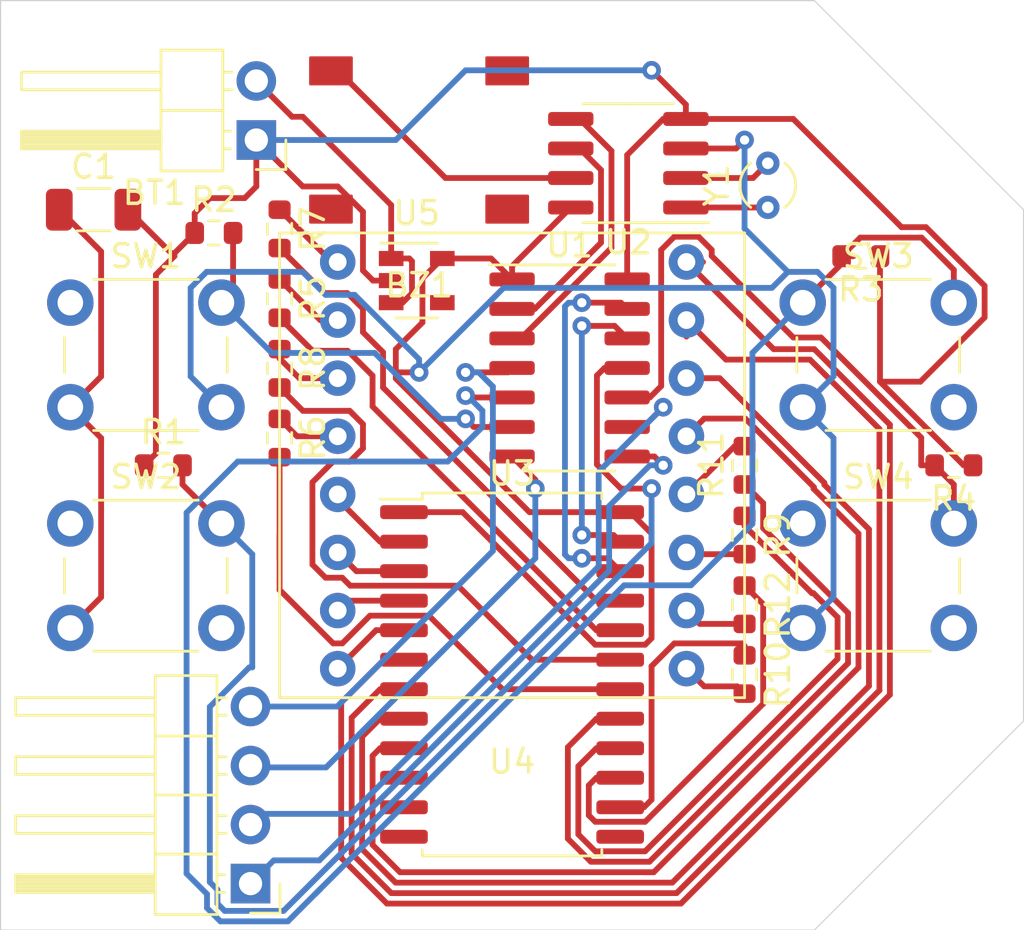
<source format=kicad_pcb>
(kicad_pcb (version 20171130) (host pcbnew 5.1.10)

  (general
    (thickness 1.6)
    (drawings 7)
    (tracks 390)
    (zones 0)
    (modules 26)
    (nets 48)
  )

  (page A4)
  (layers
    (0 F.Cu signal)
    (31 B.Cu signal)
    (32 B.Adhes user)
    (33 F.Adhes user)
    (34 B.Paste user)
    (35 F.Paste user)
    (36 B.SilkS user)
    (37 F.SilkS user)
    (38 B.Mask user)
    (39 F.Mask user)
    (40 Dwgs.User user)
    (41 Cmts.User user)
    (42 Eco1.User user)
    (43 Eco2.User user)
    (44 Edge.Cuts user)
    (45 Margin user)
    (46 B.CrtYd user)
    (47 F.CrtYd user)
    (48 B.Fab user)
    (49 F.Fab user)
  )

  (setup
    (last_trace_width 0.25)
    (trace_clearance 0.2)
    (zone_clearance 0.508)
    (zone_45_only no)
    (trace_min 0.2)
    (via_size 0.8)
    (via_drill 0.4)
    (via_min_size 0.4)
    (via_min_drill 0.3)
    (uvia_size 0.3)
    (uvia_drill 0.1)
    (uvias_allowed no)
    (uvia_min_size 0.2)
    (uvia_min_drill 0.1)
    (edge_width 0.05)
    (segment_width 0.2)
    (pcb_text_width 0.3)
    (pcb_text_size 1.5 1.5)
    (mod_edge_width 0.12)
    (mod_text_size 1 1)
    (mod_text_width 0.15)
    (pad_size 1.7 1.7)
    (pad_drill 1)
    (pad_to_mask_clearance 0)
    (aux_axis_origin 0 0)
    (visible_elements FFFFFF7F)
    (pcbplotparams
      (layerselection 0x010fc_ffffffff)
      (usegerberextensions true)
      (usegerberattributes false)
      (usegerberadvancedattributes false)
      (creategerberjobfile false)
      (excludeedgelayer true)
      (linewidth 0.100000)
      (plotframeref false)
      (viasonmask false)
      (mode 1)
      (useauxorigin false)
      (hpglpennumber 1)
      (hpglpenspeed 20)
      (hpglpendiameter 15.000000)
      (psnegative false)
      (psa4output false)
      (plotreference true)
      (plotvalue false)
      (plotinvisibletext false)
      (padsonsilk false)
      (subtractmaskfromsilk true)
      (outputformat 1)
      (mirror false)
      (drillshape 0)
      (scaleselection 1)
      (outputdirectory "jlcpcb2/"))
  )

  (net 0 "")
  (net 1 GND)
  (net 2 "Net-(R1-Pad2)")
  (net 3 "Net-(R2-Pad2)")
  (net 4 "Net-(R3-Pad2)")
  (net 5 "Net-(R4-Pad2)")
  (net 6 "Net-(R5-Pad2)")
  (net 7 "Net-(R5-Pad1)")
  (net 8 "Net-(R6-Pad2)")
  (net 9 "Net-(R6-Pad1)")
  (net 10 "Net-(R7-Pad2)")
  (net 11 "Net-(R7-Pad1)")
  (net 12 "Net-(R8-Pad2)")
  (net 13 "Net-(R8-Pad1)")
  (net 14 "Net-(R9-Pad2)")
  (net 15 "Net-(R9-Pad1)")
  (net 16 "Net-(R10-Pad2)")
  (net 17 "Net-(R10-Pad1)")
  (net 18 "Net-(R11-Pad2)")
  (net 19 "Net-(R11-Pad1)")
  (net 20 "Net-(R12-Pad2)")
  (net 21 "Net-(R12-Pad1)")
  (net 22 "Net-(U1-Pad13)")
  (net 23 "Net-(U1-Pad12)")
  (net 24 "Net-(U1-Pad7)")
  (net 25 "Net-(U1-Pad4)")
  (net 26 "Net-(BZ1-Pad1)")
  (net 27 "Net-(U2-Pad2)")
  (net 28 "Net-(U2-Pad1)")
  (net 29 "Net-(U3-Pad13)")
  (net 30 "Net-(U3-Pad12)")
  (net 31 "Net-(U3-Pad11)")
  (net 32 "Net-(U3-Pad10)")
  (net 33 "Net-(U3-Pad9)")
  (net 34 "Net-(U3-Pad8)")
  (net 35 "Net-(U3-Pad7)")
  (net 36 "Net-(U3-Pad6)")
  (net 37 "Net-(U3-Pad5)")
  (net 38 "Net-(U3-Pad4)")
  (net 39 "Net-(U3-Pad3)")
  (net 40 "Net-(U3-Pad2)")
  (net 41 "Net-(U1-Pad9)")
  (net 42 "Net-(U1-Pad8)")
  (net 43 "Net-(U1-Pad3)")
  (net 44 "Net-(U1-Pad2)")
  (net 45 "Net-(BT1-Pad1)")
  (net 46 "Net-(U5-Pad4)")
  (net 47 +5V)

  (net_class Default "This is the default net class."
    (clearance 0.2)
    (trace_width 0.25)
    (via_dia 0.8)
    (via_drill 0.4)
    (uvia_dia 0.3)
    (uvia_drill 0.1)
    (add_net +5V)
    (add_net GND)
    (add_net "Net-(BT1-Pad1)")
    (add_net "Net-(BZ1-Pad1)")
    (add_net "Net-(R1-Pad2)")
    (add_net "Net-(R10-Pad1)")
    (add_net "Net-(R10-Pad2)")
    (add_net "Net-(R11-Pad1)")
    (add_net "Net-(R11-Pad2)")
    (add_net "Net-(R12-Pad1)")
    (add_net "Net-(R12-Pad2)")
    (add_net "Net-(R2-Pad2)")
    (add_net "Net-(R3-Pad2)")
    (add_net "Net-(R4-Pad2)")
    (add_net "Net-(R5-Pad1)")
    (add_net "Net-(R5-Pad2)")
    (add_net "Net-(R6-Pad1)")
    (add_net "Net-(R6-Pad2)")
    (add_net "Net-(R7-Pad1)")
    (add_net "Net-(R7-Pad2)")
    (add_net "Net-(R8-Pad1)")
    (add_net "Net-(R8-Pad2)")
    (add_net "Net-(R9-Pad1)")
    (add_net "Net-(R9-Pad2)")
    (add_net "Net-(U1-Pad12)")
    (add_net "Net-(U1-Pad13)")
    (add_net "Net-(U1-Pad2)")
    (add_net "Net-(U1-Pad3)")
    (add_net "Net-(U1-Pad4)")
    (add_net "Net-(U1-Pad7)")
    (add_net "Net-(U1-Pad8)")
    (add_net "Net-(U1-Pad9)")
    (add_net "Net-(U2-Pad1)")
    (add_net "Net-(U2-Pad2)")
    (add_net "Net-(U3-Pad10)")
    (add_net "Net-(U3-Pad11)")
    (add_net "Net-(U3-Pad12)")
    (add_net "Net-(U3-Pad13)")
    (add_net "Net-(U3-Pad2)")
    (add_net "Net-(U3-Pad3)")
    (add_net "Net-(U3-Pad4)")
    (add_net "Net-(U3-Pad5)")
    (add_net "Net-(U3-Pad6)")
    (add_net "Net-(U3-Pad7)")
    (add_net "Net-(U3-Pad8)")
    (add_net "Net-(U3-Pad9)")
    (add_net "Net-(U5-Pad4)")
  )

  (module Connector_PinHeader_2.54mm:PinHeader_1x04_P2.54mm_Horizontal (layer F.Cu) (tedit 59FED5CB) (tstamp 61C16A66)
    (at 140.75 121 180)
    (descr "Through hole angled pin header, 1x04, 2.54mm pitch, 6mm pin length, single row")
    (tags "Through hole angled pin header THT 1x04 2.54mm single row")
    (fp_text reference REF** (at -4 0) (layer F.SilkS) hide
      (effects (font (size 1 1) (thickness 0.15)))
    )
    (fp_text value PinHeader_1x04_P2.54mm_Horizontal (at -7 1) (layer F.Fab)
      (effects (font (size 1 1) (thickness 0.15)))
    )
    (fp_text user %R (at 2.25 3 90) (layer F.Fab)
      (effects (font (size 0.9 0.9) (thickness 0.135)))
    )
    (fp_line (start 2.135 -1.27) (end 4.04 -1.27) (layer F.Fab) (width 0.1))
    (fp_line (start 4.04 -1.27) (end 4.04 8.89) (layer F.Fab) (width 0.1))
    (fp_line (start 4.04 8.89) (end 1.5 8.89) (layer F.Fab) (width 0.1))
    (fp_line (start 1.5 8.89) (end 1.5 -0.635) (layer F.Fab) (width 0.1))
    (fp_line (start 1.5 -0.635) (end 2.135 -1.27) (layer F.Fab) (width 0.1))
    (fp_line (start -0.32 -0.32) (end 1.5 -0.32) (layer F.Fab) (width 0.1))
    (fp_line (start -0.32 -0.32) (end -0.32 0.32) (layer F.Fab) (width 0.1))
    (fp_line (start -0.32 0.32) (end 1.5 0.32) (layer F.Fab) (width 0.1))
    (fp_line (start 4.04 -0.32) (end 10.04 -0.32) (layer F.Fab) (width 0.1))
    (fp_line (start 10.04 -0.32) (end 10.04 0.32) (layer F.Fab) (width 0.1))
    (fp_line (start 4.04 0.32) (end 10.04 0.32) (layer F.Fab) (width 0.1))
    (fp_line (start -0.32 2.22) (end 1.5 2.22) (layer F.Fab) (width 0.1))
    (fp_line (start -0.32 2.22) (end -0.32 2.86) (layer F.Fab) (width 0.1))
    (fp_line (start -0.32 2.86) (end 1.5 2.86) (layer F.Fab) (width 0.1))
    (fp_line (start 4.04 2.22) (end 10.04 2.22) (layer F.Fab) (width 0.1))
    (fp_line (start 10.04 2.22) (end 10.04 2.86) (layer F.Fab) (width 0.1))
    (fp_line (start 4.04 2.86) (end 10.04 2.86) (layer F.Fab) (width 0.1))
    (fp_line (start -0.32 4.76) (end 1.5 4.76) (layer F.Fab) (width 0.1))
    (fp_line (start -0.32 4.76) (end -0.32 5.4) (layer F.Fab) (width 0.1))
    (fp_line (start -0.32 5.4) (end 1.5 5.4) (layer F.Fab) (width 0.1))
    (fp_line (start 4.04 4.76) (end 10.04 4.76) (layer F.Fab) (width 0.1))
    (fp_line (start 10.04 4.76) (end 10.04 5.4) (layer F.Fab) (width 0.1))
    (fp_line (start 4.04 5.4) (end 10.04 5.4) (layer F.Fab) (width 0.1))
    (fp_line (start -0.32 7.3) (end 1.5 7.3) (layer F.Fab) (width 0.1))
    (fp_line (start -0.32 7.3) (end -0.32 7.94) (layer F.Fab) (width 0.1))
    (fp_line (start -0.32 7.94) (end 1.5 7.94) (layer F.Fab) (width 0.1))
    (fp_line (start 4.04 7.3) (end 10.04 7.3) (layer F.Fab) (width 0.1))
    (fp_line (start 10.04 7.3) (end 10.04 7.94) (layer F.Fab) (width 0.1))
    (fp_line (start 4.04 7.94) (end 10.04 7.94) (layer F.Fab) (width 0.1))
    (fp_line (start 1.44 -1.33) (end 1.44 8.95) (layer F.SilkS) (width 0.12))
    (fp_line (start 1.44 8.95) (end 4.1 8.95) (layer F.SilkS) (width 0.12))
    (fp_line (start 4.1 8.95) (end 4.1 -1.33) (layer F.SilkS) (width 0.12))
    (fp_line (start 4.1 -1.33) (end 1.44 -1.33) (layer F.SilkS) (width 0.12))
    (fp_line (start 4.1 -0.38) (end 10.1 -0.38) (layer F.SilkS) (width 0.12))
    (fp_line (start 10.1 -0.38) (end 10.1 0.38) (layer F.SilkS) (width 0.12))
    (fp_line (start 10.1 0.38) (end 4.1 0.38) (layer F.SilkS) (width 0.12))
    (fp_line (start 4.1 -0.32) (end 10.1 -0.32) (layer F.SilkS) (width 0.12))
    (fp_line (start 4.1 -0.2) (end 10.1 -0.2) (layer F.SilkS) (width 0.12))
    (fp_line (start 4.1 -0.08) (end 10.1 -0.08) (layer F.SilkS) (width 0.12))
    (fp_line (start 4.1 0.04) (end 10.1 0.04) (layer F.SilkS) (width 0.12))
    (fp_line (start 4.1 0.16) (end 10.1 0.16) (layer F.SilkS) (width 0.12))
    (fp_line (start 4.1 0.28) (end 10.1 0.28) (layer F.SilkS) (width 0.12))
    (fp_line (start 1.11 -0.38) (end 1.44 -0.38) (layer F.SilkS) (width 0.12))
    (fp_line (start 1.11 0.38) (end 1.44 0.38) (layer F.SilkS) (width 0.12))
    (fp_line (start 1.44 1.27) (end 4.1 1.27) (layer F.SilkS) (width 0.12))
    (fp_line (start 4.1 2.16) (end 10.1 2.16) (layer F.SilkS) (width 0.12))
    (fp_line (start 10.1 2.16) (end 10.1 2.92) (layer F.SilkS) (width 0.12))
    (fp_line (start 10.1 2.92) (end 4.1 2.92) (layer F.SilkS) (width 0.12))
    (fp_line (start 1.042929 2.16) (end 1.44 2.16) (layer F.SilkS) (width 0.12))
    (fp_line (start 1.042929 2.92) (end 1.44 2.92) (layer F.SilkS) (width 0.12))
    (fp_line (start 1.44 3.81) (end 4.1 3.81) (layer F.SilkS) (width 0.12))
    (fp_line (start 4.1 4.7) (end 10.1 4.7) (layer F.SilkS) (width 0.12))
    (fp_line (start 10.1 4.7) (end 10.1 5.46) (layer F.SilkS) (width 0.12))
    (fp_line (start 10.1 5.46) (end 4.1 5.46) (layer F.SilkS) (width 0.12))
    (fp_line (start 1.042929 4.7) (end 1.44 4.7) (layer F.SilkS) (width 0.12))
    (fp_line (start 1.042929 5.46) (end 1.44 5.46) (layer F.SilkS) (width 0.12))
    (fp_line (start 1.44 6.35) (end 4.1 6.35) (layer F.SilkS) (width 0.12))
    (fp_line (start 4.1 7.24) (end 10.1 7.24) (layer F.SilkS) (width 0.12))
    (fp_line (start 10.1 7.24) (end 10.1 8) (layer F.SilkS) (width 0.12))
    (fp_line (start 10.1 8) (end 4.1 8) (layer F.SilkS) (width 0.12))
    (fp_line (start 1.042929 7.24) (end 1.44 7.24) (layer F.SilkS) (width 0.12))
    (fp_line (start 1.042929 8) (end 1.44 8) (layer F.SilkS) (width 0.12))
    (fp_line (start -1.27 0) (end -1.27 -1.27) (layer F.SilkS) (width 0.12))
    (fp_line (start -1.27 -1.27) (end 0 -1.27) (layer F.SilkS) (width 0.12))
    (fp_line (start -1.8 -1.8) (end -1.8 9.4) (layer F.CrtYd) (width 0.05))
    (fp_line (start -1.8 9.4) (end 10.55 9.4) (layer F.CrtYd) (width 0.05))
    (fp_line (start 10.55 9.4) (end 10.55 -1.8) (layer F.CrtYd) (width 0.05))
    (fp_line (start 10.55 -1.8) (end -1.8 -1.8) (layer F.CrtYd) (width 0.05))
    (pad 4 thru_hole oval (at 0 7.62 180) (size 1.7 1.7) (drill 1) (layers *.Cu *.Mask)
      (net 25 "Net-(U1-Pad4)"))
    (pad 3 thru_hole oval (at 0 5.08 180) (size 1.7 1.7) (drill 1) (layers *.Cu *.Mask)
      (net 24 "Net-(U1-Pad7)"))
    (pad 2 thru_hole oval (at 0 2.54 180) (size 1.7 1.7) (drill 1) (layers *.Cu *.Mask)
      (net 41 "Net-(U1-Pad9)"))
    (pad 1 thru_hole rect (at 0 0 180) (size 1.7 1.7) (drill 1) (layers *.Cu *.Mask)
      (net 42 "Net-(U1-Pad8)"))
    (model ${KISYS3DMOD}/Connector_PinHeader_2.54mm.3dshapes/PinHeader_1x04_P2.54mm_Horizontal.wrl
      (at (xyz 0 0 0))
      (scale (xyz 1 1 1))
      (rotate (xyz 0 0 0))
    )
  )

  (module LED_matrix:MLT-7525 (layer F.Cu) (tedit 61C0FB96) (tstamp 61C0CEB8)
    (at 148 89)
    (path /61C0F706)
    (fp_text reference BZ1 (at 0 6.25) (layer F.SilkS)
      (effects (font (size 1 1) (thickness 0.15)))
    )
    (fp_text value MLT-7525 (at 0 4.75) (layer F.Fab)
      (effects (font (size 1 1) (thickness 0.15)))
    )
    (fp_line (start -3.75 -3.75) (end -3.75 3.75) (layer Dwgs.User) (width 0.12))
    (fp_line (start 2.5 -3.75) (end -3.75 -3.75) (layer Dwgs.User) (width 0.12))
    (fp_line (start 3.75 -2.5) (end 2.5 -3.75) (layer Dwgs.User) (width 0.12))
    (fp_line (start 3.75 3.75) (end 3.75 -2.5) (layer Dwgs.User) (width 0.12))
    (fp_line (start -3.75 3.75) (end 3.75 3.75) (layer Dwgs.User) (width 0.12))
    (pad 4 smd custom (at 3 2.5) (size 0.1 0.1) (layers F.Cu F.Paste F.Mask)
      (options (clearance outline) (anchor circle))
      (primitives
        (gr_poly (pts
           (xy 1.68 1.05) (xy -0.1 1.05) (xy -0.1 -0.1) (xy 1.68 -0.1)) (width 0.1))
      ))
    (pad 3 smd custom (at 3 -2.5) (size 0.1 0.1) (layers F.Cu F.Paste F.Mask)
      (options (clearance outline) (anchor circle))
      (primitives
        (gr_poly (pts
           (xy 1.68 0.1) (xy -0.1 0.1) (xy -0.1 -1.05) (xy 1.68 -1.05)) (width 0.1))
      ))
    (pad 2 smd custom (at -3 2.5) (size 0.1 0.1) (layers F.Cu F.Paste F.Mask)
      (net 1 GND) (zone_connect 0)
      (options (clearance outline) (anchor circle))
      (primitives
        (gr_poly (pts
           (xy 0.1 1.05) (xy -1.68 1.05) (xy -1.68 -0.1) (xy 0.1 -0.1)) (width 0.1))
      ))
    (pad 1 smd custom (at -3 -2.5) (size 0.1 0.1) (layers F.Cu F.Paste F.Mask)
      (net 26 "Net-(BZ1-Pad1)") (zone_connect 0)
      (options (clearance outline) (anchor circle))
      (primitives
        (gr_poly (pts
           (xy 0.1 0.1) (xy -1.68 0.1) (xy -1.68 -1.05) (xy 0.1 -1.05)) (width 0.1))
      ))
  )

  (module Capacitor_SMD:C_1206_3216Metric (layer F.Cu) (tedit 5F68FEEE) (tstamp 61C14D8D)
    (at 134 92)
    (descr "Capacitor SMD 1206 (3216 Metric), square (rectangular) end terminal, IPC_7351 nominal, (Body size source: IPC-SM-782 page 76, https://www.pcb-3d.com/wordpress/wp-content/uploads/ipc-sm-782a_amendment_1_and_2.pdf), generated with kicad-footprint-generator")
    (tags capacitor)
    (path /61CA6765)
    (attr smd)
    (fp_text reference C1 (at 0 -1.85) (layer F.SilkS)
      (effects (font (size 1 1) (thickness 0.15)))
    )
    (fp_text value 2.2uF (at 0 1.85) (layer F.Fab)
      (effects (font (size 1 1) (thickness 0.15)))
    )
    (fp_line (start -1.6 0.8) (end -1.6 -0.8) (layer F.Fab) (width 0.1))
    (fp_line (start -1.6 -0.8) (end 1.6 -0.8) (layer F.Fab) (width 0.1))
    (fp_line (start 1.6 -0.8) (end 1.6 0.8) (layer F.Fab) (width 0.1))
    (fp_line (start 1.6 0.8) (end -1.6 0.8) (layer F.Fab) (width 0.1))
    (fp_line (start -0.711252 -0.91) (end 0.711252 -0.91) (layer F.SilkS) (width 0.12))
    (fp_line (start -0.711252 0.91) (end 0.711252 0.91) (layer F.SilkS) (width 0.12))
    (fp_line (start -2.3 1.15) (end -2.3 -1.15) (layer F.CrtYd) (width 0.05))
    (fp_line (start -2.3 -1.15) (end 2.3 -1.15) (layer F.CrtYd) (width 0.05))
    (fp_line (start 2.3 -1.15) (end 2.3 1.15) (layer F.CrtYd) (width 0.05))
    (fp_line (start 2.3 1.15) (end -2.3 1.15) (layer F.CrtYd) (width 0.05))
    (fp_text user %R (at 0 0) (layer F.Fab)
      (effects (font (size 0.8 0.8) (thickness 0.12)))
    )
    (pad 1 smd roundrect (at -1.475 0) (size 1.15 1.8) (layers F.Cu F.Paste F.Mask) (roundrect_rratio 0.2173904347826087)
      (net 47 +5V))
    (pad 2 smd roundrect (at 1.475 0) (size 1.15 1.8) (layers F.Cu F.Paste F.Mask) (roundrect_rratio 0.2173904347826087)
      (net 1 GND))
    (model ${KISYS3DMOD}/Capacitor_SMD.3dshapes/C_1206_3216Metric.wrl
      (at (xyz 0 0 0))
      (scale (xyz 1 1 1))
      (rotate (xyz 0 0 0))
    )
  )

  (module Package_SO:SOIC-14_3.9x8.7mm_P1.27mm (layer F.Cu) (tedit 5D9F72B1) (tstamp 61C149C2)
    (at 154.475 98.81)
    (descr "SOIC, 14 Pin (JEDEC MS-012AB, https://www.analog.com/media/en/package-pcb-resources/package/pkg_pdf/soic_narrow-r/r_14.pdf), generated with kicad-footprint-generator ipc_gullwing_generator.py")
    (tags "SOIC SO")
    (path /61C19200)
    (attr smd)
    (fp_text reference U1 (at 0 -5.28) (layer F.SilkS)
      (effects (font (size 1 1) (thickness 0.15)))
    )
    (fp_text value ATtiny84A-SSU (at 0 5.28) (layer F.Fab)
      (effects (font (size 1 1) (thickness 0.15)))
    )
    (fp_line (start 0 4.435) (end 1.95 4.435) (layer F.SilkS) (width 0.12))
    (fp_line (start 0 4.435) (end -1.95 4.435) (layer F.SilkS) (width 0.12))
    (fp_line (start 0 -4.435) (end 1.95 -4.435) (layer F.SilkS) (width 0.12))
    (fp_line (start 0 -4.435) (end -3.45 -4.435) (layer F.SilkS) (width 0.12))
    (fp_line (start -0.975 -4.325) (end 1.95 -4.325) (layer F.Fab) (width 0.1))
    (fp_line (start 1.95 -4.325) (end 1.95 4.325) (layer F.Fab) (width 0.1))
    (fp_line (start 1.95 4.325) (end -1.95 4.325) (layer F.Fab) (width 0.1))
    (fp_line (start -1.95 4.325) (end -1.95 -3.35) (layer F.Fab) (width 0.1))
    (fp_line (start -1.95 -3.35) (end -0.975 -4.325) (layer F.Fab) (width 0.1))
    (fp_line (start -3.7 -4.58) (end -3.7 4.58) (layer F.CrtYd) (width 0.05))
    (fp_line (start -3.7 4.58) (end 3.7 4.58) (layer F.CrtYd) (width 0.05))
    (fp_line (start 3.7 4.58) (end 3.7 -4.58) (layer F.CrtYd) (width 0.05))
    (fp_line (start 3.7 -4.58) (end -3.7 -4.58) (layer F.CrtYd) (width 0.05))
    (fp_text user %R (at 0 0) (layer F.Fab)
      (effects (font (size 0.98 0.98) (thickness 0.15)))
    )
    (pad 14 smd roundrect (at 2.475 -3.81) (size 1.95 0.6) (layers F.Cu F.Paste F.Mask) (roundrect_rratio 0.25)
      (net 1 GND))
    (pad 13 smd roundrect (at 2.475 -2.54) (size 1.95 0.6) (layers F.Cu F.Paste F.Mask) (roundrect_rratio 0.25)
      (net 22 "Net-(U1-Pad13)"))
    (pad 12 smd roundrect (at 2.475 -1.27) (size 1.95 0.6) (layers F.Cu F.Paste F.Mask) (roundrect_rratio 0.25)
      (net 23 "Net-(U1-Pad12)"))
    (pad 11 smd roundrect (at 2.475 0) (size 1.95 0.6) (layers F.Cu F.Paste F.Mask) (roundrect_rratio 0.25)
      (net 2 "Net-(R1-Pad2)"))
    (pad 10 smd roundrect (at 2.475 1.27) (size 1.95 0.6) (layers F.Cu F.Paste F.Mask) (roundrect_rratio 0.25)
      (net 5 "Net-(R4-Pad2)"))
    (pad 9 smd roundrect (at 2.475 2.54) (size 1.95 0.6) (layers F.Cu F.Paste F.Mask) (roundrect_rratio 0.25)
      (net 41 "Net-(U1-Pad9)"))
    (pad 8 smd roundrect (at 2.475 3.81) (size 1.95 0.6) (layers F.Cu F.Paste F.Mask) (roundrect_rratio 0.25)
      (net 42 "Net-(U1-Pad8)"))
    (pad 7 smd roundrect (at -2.475 3.81) (size 1.95 0.6) (layers F.Cu F.Paste F.Mask) (roundrect_rratio 0.25)
      (net 24 "Net-(U1-Pad7)"))
    (pad 6 smd roundrect (at -2.475 2.54) (size 1.95 0.6) (layers F.Cu F.Paste F.Mask) (roundrect_rratio 0.25)
      (net 3 "Net-(R2-Pad2)"))
    (pad 5 smd roundrect (at -2.475 1.27) (size 1.95 0.6) (layers F.Cu F.Paste F.Mask) (roundrect_rratio 0.25)
      (net 4 "Net-(R3-Pad2)"))
    (pad 4 smd roundrect (at -2.475 0) (size 1.95 0.6) (layers F.Cu F.Paste F.Mask) (roundrect_rratio 0.25)
      (net 25 "Net-(U1-Pad4)"))
    (pad 3 smd roundrect (at -2.475 -1.27) (size 1.95 0.6) (layers F.Cu F.Paste F.Mask) (roundrect_rratio 0.25)
      (net 43 "Net-(U1-Pad3)"))
    (pad 2 smd roundrect (at -2.475 -2.54) (size 1.95 0.6) (layers F.Cu F.Paste F.Mask) (roundrect_rratio 0.25)
      (net 44 "Net-(U1-Pad2)"))
    (pad 1 smd roundrect (at -2.475 -3.81) (size 1.95 0.6) (layers F.Cu F.Paste F.Mask) (roundrect_rratio 0.25)
      (net 47 +5V))
    (model ${KISYS3DMOD}/Package_SO.3dshapes/SOIC-14_3.9x8.7mm_P1.27mm.wrl
      (at (xyz 0 0 0))
      (scale (xyz 1 1 1))
      (rotate (xyz 0 0 0))
    )
  )

  (module Crystal:Crystal_Round_D2.0mm_Vertical (layer F.Cu) (tedit 5A0FD1B2) (tstamp 61C0D09A)
    (at 163 91.9 90)
    (descr "Crystal THT DS26 6.0mm length 2.0mm diameter http://www.microcrystal.com/images/_Product-Documentation/03_TF_metal_Packages/01_Datasheet/DS-Series.pdf")
    (tags ['DS26'])
    (path /61C0C24A)
    (fp_text reference Y1 (at 0.95 -2.2 90) (layer F.SilkS)
      (effects (font (size 1 1) (thickness 0.15)))
    )
    (fp_text value 32768Hz (at 0.95 2.2 90) (layer F.Fab)
      (effects (font (size 1 1) (thickness 0.15)))
    )
    (fp_circle (center 0.95 0) (end 1.95 0) (layer F.Fab) (width 0.1))
    (fp_circle (center 0.95 0) (end 2.65 0) (layer F.CrtYd) (width 0.05))
    (fp_arc (start 0.95 0) (end 0 0.733144) (angle -104.7) (layer F.SilkS) (width 0.12))
    (fp_arc (start 0.95 0) (end 0 -0.733144) (angle 104.7) (layer F.SilkS) (width 0.12))
    (fp_text user %R (at 0.95 0 90) (layer F.Fab)
      (effects (font (size 0.7 0.7) (thickness 0.105)))
    )
    (pad 2 thru_hole circle (at 1.9 0 90) (size 1 1) (drill 0.5) (layers *.Cu *.Mask)
      (net 27 "Net-(U2-Pad2)"))
    (pad 1 thru_hole circle (at 0 0 90) (size 1 1) (drill 0.5) (layers *.Cu *.Mask)
      (net 28 "Net-(U2-Pad1)"))
    (model ${KISYS3DMOD}/Crystal.3dshapes/Crystal_Round_D2.0mm_Vertical.wrl
      (at (xyz 0 0 0))
      (scale (xyz 1 1 1))
      (rotate (xyz 0 0 0))
    )
  )

  (module LED_matrix:KVM-20882AVB (layer F.Cu) (tedit 61C05A93) (tstamp 61C0D08F)
    (at 152 103)
    (path /61C11B57)
    (fp_text reference U4 (at 0 12.75) (layer F.SilkS)
      (effects (font (size 1 1) (thickness 0.15)))
    )
    (fp_text value KWM-20882AVB (at 0 11.25) (layer F.Fab)
      (effects (font (size 1 1) (thickness 0.15)))
    )
    (fp_line (start -10 -10) (end -10 10) (layer F.SilkS) (width 0.12))
    (fp_line (start 10 -10) (end -10 -10) (layer F.SilkS) (width 0.12))
    (fp_line (start 10 10) (end 10 -10) (layer F.SilkS) (width 0.12))
    (fp_line (start -10 10) (end 10 10) (layer F.SilkS) (width 0.12))
    (pad 9 thru_hole circle (at 7.5 8.75) (size 1.524 1.524) (drill 0.762) (layers *.Cu *.Mask)
      (net 16 "Net-(R10-Pad2)"))
    (pad 10 thru_hole circle (at 7.5 6.25) (size 1.524 1.524) (drill 0.762) (layers *.Cu *.Mask)
      (net 20 "Net-(R12-Pad2)"))
    (pad 11 thru_hole circle (at 7.5 3.75) (size 1.524 1.524) (drill 0.762) (layers *.Cu *.Mask)
      (net 14 "Net-(R9-Pad2)"))
    (pad 12 thru_hole circle (at 7.5 1.25) (size 1.524 1.524) (drill 0.762) (layers *.Cu *.Mask)
      (net 18 "Net-(R11-Pad2)"))
    (pad 16 thru_hole circle (at 7.5 -8.75) (size 1.524 1.524) (drill 0.762) (layers *.Cu *.Mask)
      (net 36 "Net-(U3-Pad6)"))
    (pad 15 thru_hole circle (at 7.5 -6.25) (size 1.524 1.524) (drill 0.762) (layers *.Cu *.Mask)
      (net 35 "Net-(U3-Pad7)"))
    (pad 14 thru_hole circle (at 7.5 -3.75) (size 1.524 1.524) (drill 0.762) (layers *.Cu *.Mask)
      (net 34 "Net-(U3-Pad8)"))
    (pad 13 thru_hole circle (at 7.5 -1.25) (size 1.524 1.524) (drill 0.762) (layers *.Cu *.Mask)
      (net 33 "Net-(U3-Pad9)"))
    (pad 8 thru_hole circle (at -7.5 8.75) (size 1.524 1.524) (drill 0.762) (layers *.Cu *.Mask)
      (net 37 "Net-(U3-Pad5)"))
    (pad 7 thru_hole circle (at -7.5 6.25) (size 1.524 1.524) (drill 0.762) (layers *.Cu *.Mask)
      (net 38 "Net-(U3-Pad4)"))
    (pad 6 thru_hole circle (at -7.5 3.75) (size 1.524 1.524) (drill 0.762) (layers *.Cu *.Mask)
      (net 39 "Net-(U3-Pad3)"))
    (pad 1 thru_hole circle (at -7.5 -8.75) (size 1.524 1.524) (drill 0.762) (layers *.Cu *.Mask)
      (net 11 "Net-(R7-Pad1)"))
    (pad 2 thru_hole circle (at -7.5 -6.25) (size 1.524 1.524) (drill 0.762) (layers *.Cu *.Mask)
      (net 7 "Net-(R5-Pad1)"))
    (pad 3 thru_hole circle (at -7.5 -3.75) (size 1.524 1.524) (drill 0.762) (layers *.Cu *.Mask)
      (net 13 "Net-(R8-Pad1)"))
    (pad 5 thru_hole circle (at -7.5 1.25) (size 1.524 1.524) (drill 0.762) (layers *.Cu *.Mask)
      (net 40 "Net-(U3-Pad2)"))
    (pad 4 thru_hole circle (at -7.5 -1.25) (size 1.524 1.524) (drill 0.762) (layers *.Cu *.Mask)
      (net 9 "Net-(R6-Pad1)"))
  )

  (module Package_SO:SOIC-24W_7.5x15.4mm_P1.27mm (layer F.Cu) (tedit 5D9F72B1) (tstamp 61C0D077)
    (at 152 112)
    (descr "SOIC, 24 Pin (JEDEC MS-013AD, https://www.analog.com/media/en/package-pcb-resources/package/pkg_pdf/soic_wide-rw/RW_24.pdf), generated with kicad-footprint-generator ipc_gullwing_generator.py")
    (tags "SOIC SO")
    (path /61C124F7)
    (attr smd)
    (fp_text reference U3 (at 0 -8.65) (layer F.SilkS)
      (effects (font (size 1 1) (thickness 0.15)))
    )
    (fp_text value HT16K33-24 (at 0 8.65) (layer F.Fab)
      (effects (font (size 1 1) (thickness 0.15)))
    )
    (fp_line (start 0 7.81) (end 3.86 7.81) (layer F.SilkS) (width 0.12))
    (fp_line (start 3.86 7.81) (end 3.86 7.545) (layer F.SilkS) (width 0.12))
    (fp_line (start 0 7.81) (end -3.86 7.81) (layer F.SilkS) (width 0.12))
    (fp_line (start -3.86 7.81) (end -3.86 7.545) (layer F.SilkS) (width 0.12))
    (fp_line (start 0 -7.81) (end 3.86 -7.81) (layer F.SilkS) (width 0.12))
    (fp_line (start 3.86 -7.81) (end 3.86 -7.545) (layer F.SilkS) (width 0.12))
    (fp_line (start 0 -7.81) (end -3.86 -7.81) (layer F.SilkS) (width 0.12))
    (fp_line (start -3.86 -7.81) (end -3.86 -7.545) (layer F.SilkS) (width 0.12))
    (fp_line (start -3.86 -7.545) (end -5.675 -7.545) (layer F.SilkS) (width 0.12))
    (fp_line (start -2.75 -7.7) (end 3.75 -7.7) (layer F.Fab) (width 0.1))
    (fp_line (start 3.75 -7.7) (end 3.75 7.7) (layer F.Fab) (width 0.1))
    (fp_line (start 3.75 7.7) (end -3.75 7.7) (layer F.Fab) (width 0.1))
    (fp_line (start -3.75 7.7) (end -3.75 -6.7) (layer F.Fab) (width 0.1))
    (fp_line (start -3.75 -6.7) (end -2.75 -7.7) (layer F.Fab) (width 0.1))
    (fp_line (start -5.93 -7.95) (end -5.93 7.95) (layer F.CrtYd) (width 0.05))
    (fp_line (start -5.93 7.95) (end 5.93 7.95) (layer F.CrtYd) (width 0.05))
    (fp_line (start 5.93 7.95) (end 5.93 -7.95) (layer F.CrtYd) (width 0.05))
    (fp_line (start 5.93 -7.95) (end -5.93 -7.95) (layer F.CrtYd) (width 0.05))
    (fp_text user %R (at 0 0) (layer F.Fab)
      (effects (font (size 1 1) (thickness 0.15)))
    )
    (pad 24 smd roundrect (at 4.65 -6.985) (size 2.05 0.6) (layers F.Cu F.Paste F.Mask) (roundrect_rratio 0.25)
      (net 47 +5V))
    (pad 23 smd roundrect (at 4.65 -5.715) (size 2.05 0.6) (layers F.Cu F.Paste F.Mask) (roundrect_rratio 0.25)
      (net 23 "Net-(U1-Pad12)"))
    (pad 22 smd roundrect (at 4.65 -4.445) (size 2.05 0.6) (layers F.Cu F.Paste F.Mask) (roundrect_rratio 0.25)
      (net 22 "Net-(U1-Pad13)"))
    (pad 21 smd roundrect (at 4.65 -3.175) (size 2.05 0.6) (layers F.Cu F.Paste F.Mask) (roundrect_rratio 0.25)
      (net 10 "Net-(R7-Pad2)"))
    (pad 20 smd roundrect (at 4.65 -1.905) (size 2.05 0.6) (layers F.Cu F.Paste F.Mask) (roundrect_rratio 0.25)
      (net 6 "Net-(R5-Pad2)"))
    (pad 19 smd roundrect (at 4.65 -0.635) (size 2.05 0.6) (layers F.Cu F.Paste F.Mask) (roundrect_rratio 0.25)
      (net 12 "Net-(R8-Pad2)"))
    (pad 18 smd roundrect (at 4.65 0.635) (size 2.05 0.6) (layers F.Cu F.Paste F.Mask) (roundrect_rratio 0.25)
      (net 8 "Net-(R6-Pad2)"))
    (pad 17 smd roundrect (at 4.65 1.905) (size 2.05 0.6) (layers F.Cu F.Paste F.Mask) (roundrect_rratio 0.25)
      (net 19 "Net-(R11-Pad1)"))
    (pad 16 smd roundrect (at 4.65 3.175) (size 2.05 0.6) (layers F.Cu F.Paste F.Mask) (roundrect_rratio 0.25)
      (net 15 "Net-(R9-Pad1)"))
    (pad 15 smd roundrect (at 4.65 4.445) (size 2.05 0.6) (layers F.Cu F.Paste F.Mask) (roundrect_rratio 0.25)
      (net 21 "Net-(R12-Pad1)"))
    (pad 14 smd roundrect (at 4.65 5.715) (size 2.05 0.6) (layers F.Cu F.Paste F.Mask) (roundrect_rratio 0.25)
      (net 17 "Net-(R10-Pad1)"))
    (pad 13 smd roundrect (at 4.65 6.985) (size 2.05 0.6) (layers F.Cu F.Paste F.Mask) (roundrect_rratio 0.25)
      (net 29 "Net-(U3-Pad13)"))
    (pad 12 smd roundrect (at -4.65 6.985) (size 2.05 0.6) (layers F.Cu F.Paste F.Mask) (roundrect_rratio 0.25)
      (net 30 "Net-(U3-Pad12)"))
    (pad 11 smd roundrect (at -4.65 5.715) (size 2.05 0.6) (layers F.Cu F.Paste F.Mask) (roundrect_rratio 0.25)
      (net 31 "Net-(U3-Pad11)"))
    (pad 10 smd roundrect (at -4.65 4.445) (size 2.05 0.6) (layers F.Cu F.Paste F.Mask) (roundrect_rratio 0.25)
      (net 32 "Net-(U3-Pad10)"))
    (pad 9 smd roundrect (at -4.65 3.175) (size 2.05 0.6) (layers F.Cu F.Paste F.Mask) (roundrect_rratio 0.25)
      (net 33 "Net-(U3-Pad9)"))
    (pad 8 smd roundrect (at -4.65 1.905) (size 2.05 0.6) (layers F.Cu F.Paste F.Mask) (roundrect_rratio 0.25)
      (net 34 "Net-(U3-Pad8)"))
    (pad 7 smd roundrect (at -4.65 0.635) (size 2.05 0.6) (layers F.Cu F.Paste F.Mask) (roundrect_rratio 0.25)
      (net 35 "Net-(U3-Pad7)"))
    (pad 6 smd roundrect (at -4.65 -0.635) (size 2.05 0.6) (layers F.Cu F.Paste F.Mask) (roundrect_rratio 0.25)
      (net 36 "Net-(U3-Pad6)"))
    (pad 5 smd roundrect (at -4.65 -1.905) (size 2.05 0.6) (layers F.Cu F.Paste F.Mask) (roundrect_rratio 0.25)
      (net 37 "Net-(U3-Pad5)"))
    (pad 4 smd roundrect (at -4.65 -3.175) (size 2.05 0.6) (layers F.Cu F.Paste F.Mask) (roundrect_rratio 0.25)
      (net 38 "Net-(U3-Pad4)"))
    (pad 3 smd roundrect (at -4.65 -4.445) (size 2.05 0.6) (layers F.Cu F.Paste F.Mask) (roundrect_rratio 0.25)
      (net 39 "Net-(U3-Pad3)"))
    (pad 2 smd roundrect (at -4.65 -5.715) (size 2.05 0.6) (layers F.Cu F.Paste F.Mask) (roundrect_rratio 0.25)
      (net 40 "Net-(U3-Pad2)"))
    (pad 1 smd roundrect (at -4.65 -6.985) (size 2.05 0.6) (layers F.Cu F.Paste F.Mask) (roundrect_rratio 0.25)
      (net 47 +5V))
    (model ${KISYS3DMOD}/Package_SO.3dshapes/SOIC-24W_7.5x15.4mm_P1.27mm.wrl
      (at (xyz 0 0 0))
      (scale (xyz 1 1 1))
      (rotate (xyz 0 0 0))
    )
  )

  (module Package_SO:SOIC-8_3.9x4.9mm_P1.27mm (layer F.Cu) (tedit 5D9F72B1) (tstamp 61C0D048)
    (at 157 90 180)
    (descr "SOIC, 8 Pin (JEDEC MS-012AA, https://www.analog.com/media/en/package-pcb-resources/package/pkg_pdf/soic_narrow-r/r_8.pdf), generated with kicad-footprint-generator ipc_gullwing_generator.py")
    (tags "SOIC SO")
    (path /61C04122)
    (attr smd)
    (fp_text reference U2 (at 0 -3.4) (layer F.SilkS)
      (effects (font (size 1 1) (thickness 0.15)))
    )
    (fp_text value DS1307Z+ (at 0 3.4) (layer F.Fab)
      (effects (font (size 1 1) (thickness 0.15)))
    )
    (fp_line (start 3.7 -2.7) (end -3.7 -2.7) (layer F.CrtYd) (width 0.05))
    (fp_line (start 3.7 2.7) (end 3.7 -2.7) (layer F.CrtYd) (width 0.05))
    (fp_line (start -3.7 2.7) (end 3.7 2.7) (layer F.CrtYd) (width 0.05))
    (fp_line (start -3.7 -2.7) (end -3.7 2.7) (layer F.CrtYd) (width 0.05))
    (fp_line (start -1.95 -1.475) (end -0.975 -2.45) (layer F.Fab) (width 0.1))
    (fp_line (start -1.95 2.45) (end -1.95 -1.475) (layer F.Fab) (width 0.1))
    (fp_line (start 1.95 2.45) (end -1.95 2.45) (layer F.Fab) (width 0.1))
    (fp_line (start 1.95 -2.45) (end 1.95 2.45) (layer F.Fab) (width 0.1))
    (fp_line (start -0.975 -2.45) (end 1.95 -2.45) (layer F.Fab) (width 0.1))
    (fp_line (start 0 -2.56) (end -3.45 -2.56) (layer F.SilkS) (width 0.12))
    (fp_line (start 0 -2.56) (end 1.95 -2.56) (layer F.SilkS) (width 0.12))
    (fp_line (start 0 2.56) (end -1.95 2.56) (layer F.SilkS) (width 0.12))
    (fp_line (start 0 2.56) (end 1.95 2.56) (layer F.SilkS) (width 0.12))
    (fp_text user %R (at 0 0) (layer F.Fab)
      (effects (font (size 0.98 0.98) (thickness 0.15)))
    )
    (pad 1 smd roundrect (at -2.475 -1.905 180) (size 1.95 0.6) (layers F.Cu F.Paste F.Mask) (roundrect_rratio 0.25)
      (net 28 "Net-(U2-Pad1)"))
    (pad 2 smd roundrect (at -2.475 -0.635 180) (size 1.95 0.6) (layers F.Cu F.Paste F.Mask) (roundrect_rratio 0.25)
      (net 27 "Net-(U2-Pad2)"))
    (pad 3 smd roundrect (at -2.475 0.635 180) (size 1.95 0.6) (layers F.Cu F.Paste F.Mask) (roundrect_rratio 0.25)
      (net 47 +5V))
    (pad 4 smd roundrect (at -2.475 1.905 180) (size 1.95 0.6) (layers F.Cu F.Paste F.Mask) (roundrect_rratio 0.25)
      (net 1 GND))
    (pad 5 smd roundrect (at 2.475 1.905 180) (size 1.95 0.6) (layers F.Cu F.Paste F.Mask) (roundrect_rratio 0.25)
      (net 43 "Net-(U1-Pad3)"))
    (pad 6 smd roundrect (at 2.475 0.635 180) (size 1.95 0.6) (layers F.Cu F.Paste F.Mask) (roundrect_rratio 0.25)
      (net 44 "Net-(U1-Pad2)"))
    (pad 7 smd roundrect (at 2.475 -0.635 180) (size 1.95 0.6) (layers F.Cu F.Paste F.Mask) (roundrect_rratio 0.25)
      (net 26 "Net-(BZ1-Pad1)"))
    (pad 8 smd roundrect (at 2.475 -1.905 180) (size 1.95 0.6) (layers F.Cu F.Paste F.Mask) (roundrect_rratio 0.25)
      (net 47 +5V))
    (model ${KISYS3DMOD}/Package_SO.3dshapes/SOIC-8_3.9x4.9mm_P1.27mm.wrl
      (at (xyz 0 0 0))
      (scale (xyz 1 1 1))
      (rotate (xyz 0 0 0))
    )
  )

  (module Button_Switch_THT:SW_PUSH_6mm (layer F.Cu) (tedit 5A02FE31) (tstamp 61C0D000)
    (at 164.5 105.5)
    (descr https://www.omron.com/ecb/products/pdf/en-b3f.pdf)
    (tags "tact sw push 6mm")
    (path /61C0829D)
    (fp_text reference SW4 (at 3.25 -2) (layer F.SilkS)
      (effects (font (size 1 1) (thickness 0.15)))
    )
    (fp_text value SW_Push (at 3.75 6.7) (layer F.Fab)
      (effects (font (size 1 1) (thickness 0.15)))
    )
    (fp_line (start 3.25 -0.75) (end 6.25 -0.75) (layer F.Fab) (width 0.1))
    (fp_line (start 6.25 -0.75) (end 6.25 5.25) (layer F.Fab) (width 0.1))
    (fp_line (start 6.25 5.25) (end 0.25 5.25) (layer F.Fab) (width 0.1))
    (fp_line (start 0.25 5.25) (end 0.25 -0.75) (layer F.Fab) (width 0.1))
    (fp_line (start 0.25 -0.75) (end 3.25 -0.75) (layer F.Fab) (width 0.1))
    (fp_line (start 7.75 6) (end 8 6) (layer F.CrtYd) (width 0.05))
    (fp_line (start 8 6) (end 8 5.75) (layer F.CrtYd) (width 0.05))
    (fp_line (start 7.75 -1.5) (end 8 -1.5) (layer F.CrtYd) (width 0.05))
    (fp_line (start 8 -1.5) (end 8 -1.25) (layer F.CrtYd) (width 0.05))
    (fp_line (start -1.5 -1.25) (end -1.5 -1.5) (layer F.CrtYd) (width 0.05))
    (fp_line (start -1.5 -1.5) (end -1.25 -1.5) (layer F.CrtYd) (width 0.05))
    (fp_line (start -1.5 5.75) (end -1.5 6) (layer F.CrtYd) (width 0.05))
    (fp_line (start -1.5 6) (end -1.25 6) (layer F.CrtYd) (width 0.05))
    (fp_line (start -1.25 -1.5) (end 7.75 -1.5) (layer F.CrtYd) (width 0.05))
    (fp_line (start -1.5 5.75) (end -1.5 -1.25) (layer F.CrtYd) (width 0.05))
    (fp_line (start 7.75 6) (end -1.25 6) (layer F.CrtYd) (width 0.05))
    (fp_line (start 8 -1.25) (end 8 5.75) (layer F.CrtYd) (width 0.05))
    (fp_line (start 1 5.5) (end 5.5 5.5) (layer F.SilkS) (width 0.12))
    (fp_line (start -0.25 1.5) (end -0.25 3) (layer F.SilkS) (width 0.12))
    (fp_line (start 5.5 -1) (end 1 -1) (layer F.SilkS) (width 0.12))
    (fp_line (start 6.75 3) (end 6.75 1.5) (layer F.SilkS) (width 0.12))
    (fp_circle (center 3.25 2.25) (end 1.25 2.5) (layer F.Fab) (width 0.1))
    (fp_text user %R (at 3.25 2.25) (layer F.Fab)
      (effects (font (size 1 1) (thickness 0.15)))
    )
    (pad 1 thru_hole circle (at 6.5 0 90) (size 2 2) (drill 1.1) (layers *.Cu *.Mask)
      (net 5 "Net-(R4-Pad2)"))
    (pad 2 thru_hole circle (at 6.5 4.5 90) (size 2 2) (drill 1.1) (layers *.Cu *.Mask)
      (net 47 +5V))
    (pad 1 thru_hole circle (at 0 0 90) (size 2 2) (drill 1.1) (layers *.Cu *.Mask)
      (net 5 "Net-(R4-Pad2)"))
    (pad 2 thru_hole circle (at 0 4.5 90) (size 2 2) (drill 1.1) (layers *.Cu *.Mask)
      (net 47 +5V))
    (model ${KISYS3DMOD}/Button_Switch_THT.3dshapes/SW_PUSH_6mm.wrl
      (at (xyz 0 0 0))
      (scale (xyz 1 1 1))
      (rotate (xyz 0 0 0))
    )
  )

  (module Button_Switch_THT:SW_PUSH_6mm (layer F.Cu) (tedit 5A02FE31) (tstamp 61C0CFE1)
    (at 164.5 96)
    (descr https://www.omron.com/ecb/products/pdf/en-b3f.pdf)
    (tags "tact sw push 6mm")
    (path /61C07877)
    (fp_text reference SW3 (at 3.25 -2) (layer F.SilkS)
      (effects (font (size 1 1) (thickness 0.15)))
    )
    (fp_text value SW_Push (at 3.75 6.7) (layer F.Fab)
      (effects (font (size 1 1) (thickness 0.15)))
    )
    (fp_line (start 3.25 -0.75) (end 6.25 -0.75) (layer F.Fab) (width 0.1))
    (fp_line (start 6.25 -0.75) (end 6.25 5.25) (layer F.Fab) (width 0.1))
    (fp_line (start 6.25 5.25) (end 0.25 5.25) (layer F.Fab) (width 0.1))
    (fp_line (start 0.25 5.25) (end 0.25 -0.75) (layer F.Fab) (width 0.1))
    (fp_line (start 0.25 -0.75) (end 3.25 -0.75) (layer F.Fab) (width 0.1))
    (fp_line (start 7.75 6) (end 8 6) (layer F.CrtYd) (width 0.05))
    (fp_line (start 8 6) (end 8 5.75) (layer F.CrtYd) (width 0.05))
    (fp_line (start 7.75 -1.5) (end 8 -1.5) (layer F.CrtYd) (width 0.05))
    (fp_line (start 8 -1.5) (end 8 -1.25) (layer F.CrtYd) (width 0.05))
    (fp_line (start -1.5 -1.25) (end -1.5 -1.5) (layer F.CrtYd) (width 0.05))
    (fp_line (start -1.5 -1.5) (end -1.25 -1.5) (layer F.CrtYd) (width 0.05))
    (fp_line (start -1.5 5.75) (end -1.5 6) (layer F.CrtYd) (width 0.05))
    (fp_line (start -1.5 6) (end -1.25 6) (layer F.CrtYd) (width 0.05))
    (fp_line (start -1.25 -1.5) (end 7.75 -1.5) (layer F.CrtYd) (width 0.05))
    (fp_line (start -1.5 5.75) (end -1.5 -1.25) (layer F.CrtYd) (width 0.05))
    (fp_line (start 7.75 6) (end -1.25 6) (layer F.CrtYd) (width 0.05))
    (fp_line (start 8 -1.25) (end 8 5.75) (layer F.CrtYd) (width 0.05))
    (fp_line (start 1 5.5) (end 5.5 5.5) (layer F.SilkS) (width 0.12))
    (fp_line (start -0.25 1.5) (end -0.25 3) (layer F.SilkS) (width 0.12))
    (fp_line (start 5.5 -1) (end 1 -1) (layer F.SilkS) (width 0.12))
    (fp_line (start 6.75 3) (end 6.75 1.5) (layer F.SilkS) (width 0.12))
    (fp_circle (center 3.25 2.25) (end 1.25 2.5) (layer F.Fab) (width 0.1))
    (fp_text user %R (at 3.25 2.25) (layer F.Fab)
      (effects (font (size 1 1) (thickness 0.15)))
    )
    (pad 1 thru_hole circle (at 6.5 0 90) (size 2 2) (drill 1.1) (layers *.Cu *.Mask)
      (net 4 "Net-(R3-Pad2)"))
    (pad 2 thru_hole circle (at 6.5 4.5 90) (size 2 2) (drill 1.1) (layers *.Cu *.Mask)
      (net 47 +5V))
    (pad 1 thru_hole circle (at 0 0 90) (size 2 2) (drill 1.1) (layers *.Cu *.Mask)
      (net 4 "Net-(R3-Pad2)"))
    (pad 2 thru_hole circle (at 0 4.5 90) (size 2 2) (drill 1.1) (layers *.Cu *.Mask)
      (net 47 +5V))
    (model ${KISYS3DMOD}/Button_Switch_THT.3dshapes/SW_PUSH_6mm.wrl
      (at (xyz 0 0 0))
      (scale (xyz 1 1 1))
      (rotate (xyz 0 0 0))
    )
  )

  (module Button_Switch_THT:SW_PUSH_6mm (layer F.Cu) (tedit 5A02FE31) (tstamp 61C0CFC2)
    (at 133 105.5)
    (descr https://www.omron.com/ecb/products/pdf/en-b3f.pdf)
    (tags "tact sw push 6mm")
    (path /61C07EEE)
    (fp_text reference SW2 (at 3.25 -2) (layer F.SilkS)
      (effects (font (size 1 1) (thickness 0.15)))
    )
    (fp_text value SW_Push (at 3.75 6.7) (layer F.Fab)
      (effects (font (size 1 1) (thickness 0.15)))
    )
    (fp_line (start 3.25 -0.75) (end 6.25 -0.75) (layer F.Fab) (width 0.1))
    (fp_line (start 6.25 -0.75) (end 6.25 5.25) (layer F.Fab) (width 0.1))
    (fp_line (start 6.25 5.25) (end 0.25 5.25) (layer F.Fab) (width 0.1))
    (fp_line (start 0.25 5.25) (end 0.25 -0.75) (layer F.Fab) (width 0.1))
    (fp_line (start 0.25 -0.75) (end 3.25 -0.75) (layer F.Fab) (width 0.1))
    (fp_line (start 7.75 6) (end 8 6) (layer F.CrtYd) (width 0.05))
    (fp_line (start 8 6) (end 8 5.75) (layer F.CrtYd) (width 0.05))
    (fp_line (start 7.75 -1.5) (end 8 -1.5) (layer F.CrtYd) (width 0.05))
    (fp_line (start 8 -1.5) (end 8 -1.25) (layer F.CrtYd) (width 0.05))
    (fp_line (start -1.5 -1.25) (end -1.5 -1.5) (layer F.CrtYd) (width 0.05))
    (fp_line (start -1.5 -1.5) (end -1.25 -1.5) (layer F.CrtYd) (width 0.05))
    (fp_line (start -1.5 5.75) (end -1.5 6) (layer F.CrtYd) (width 0.05))
    (fp_line (start -1.5 6) (end -1.25 6) (layer F.CrtYd) (width 0.05))
    (fp_line (start -1.25 -1.5) (end 7.75 -1.5) (layer F.CrtYd) (width 0.05))
    (fp_line (start -1.5 5.75) (end -1.5 -1.25) (layer F.CrtYd) (width 0.05))
    (fp_line (start 7.75 6) (end -1.25 6) (layer F.CrtYd) (width 0.05))
    (fp_line (start 8 -1.25) (end 8 5.75) (layer F.CrtYd) (width 0.05))
    (fp_line (start 1 5.5) (end 5.5 5.5) (layer F.SilkS) (width 0.12))
    (fp_line (start -0.25 1.5) (end -0.25 3) (layer F.SilkS) (width 0.12))
    (fp_line (start 5.5 -1) (end 1 -1) (layer F.SilkS) (width 0.12))
    (fp_line (start 6.75 3) (end 6.75 1.5) (layer F.SilkS) (width 0.12))
    (fp_circle (center 3.25 2.25) (end 1.25 2.5) (layer F.Fab) (width 0.1))
    (fp_text user %R (at 3.274999 2.624999) (layer F.Fab)
      (effects (font (size 1 1) (thickness 0.15)))
    )
    (pad 1 thru_hole circle (at 6.5 0 90) (size 2 2) (drill 1.1) (layers *.Cu *.Mask)
      (net 2 "Net-(R1-Pad2)"))
    (pad 2 thru_hole circle (at 6.5 4.5 90) (size 2 2) (drill 1.1) (layers *.Cu *.Mask)
      (net 47 +5V))
    (pad 1 thru_hole circle (at 0 0 90) (size 2 2) (drill 1.1) (layers *.Cu *.Mask)
      (net 2 "Net-(R1-Pad2)"))
    (pad 2 thru_hole circle (at 0 4.5 90) (size 2 2) (drill 1.1) (layers *.Cu *.Mask)
      (net 47 +5V))
    (model ${KISYS3DMOD}/Button_Switch_THT.3dshapes/SW_PUSH_6mm.wrl
      (at (xyz 0 0 0))
      (scale (xyz 1 1 1))
      (rotate (xyz 0 0 0))
    )
  )

  (module Button_Switch_THT:SW_PUSH_6mm (layer F.Cu) (tedit 5A02FE31) (tstamp 61C0CFA3)
    (at 133 96)
    (descr https://www.omron.com/ecb/products/pdf/en-b3f.pdf)
    (tags "tact sw push 6mm")
    (path /61C05760)
    (fp_text reference SW1 (at 3.25 -2) (layer F.SilkS)
      (effects (font (size 1 1) (thickness 0.15)))
    )
    (fp_text value SW_Push (at 3.75 6.7) (layer F.Fab)
      (effects (font (size 1 1) (thickness 0.15)))
    )
    (fp_line (start 3.25 -0.75) (end 6.25 -0.75) (layer F.Fab) (width 0.1))
    (fp_line (start 6.25 -0.75) (end 6.25 5.25) (layer F.Fab) (width 0.1))
    (fp_line (start 6.25 5.25) (end 0.25 5.25) (layer F.Fab) (width 0.1))
    (fp_line (start 0.25 5.25) (end 0.25 -0.75) (layer F.Fab) (width 0.1))
    (fp_line (start 0.25 -0.75) (end 3.25 -0.75) (layer F.Fab) (width 0.1))
    (fp_line (start 7.75 6) (end 8 6) (layer F.CrtYd) (width 0.05))
    (fp_line (start 8 6) (end 8 5.75) (layer F.CrtYd) (width 0.05))
    (fp_line (start 7.75 -1.5) (end 8 -1.5) (layer F.CrtYd) (width 0.05))
    (fp_line (start 8 -1.5) (end 8 -1.25) (layer F.CrtYd) (width 0.05))
    (fp_line (start -1.5 -1.25) (end -1.5 -1.5) (layer F.CrtYd) (width 0.05))
    (fp_line (start -1.5 -1.5) (end -1.25 -1.5) (layer F.CrtYd) (width 0.05))
    (fp_line (start -1.5 5.75) (end -1.5 6) (layer F.CrtYd) (width 0.05))
    (fp_line (start -1.5 6) (end -1.25 6) (layer F.CrtYd) (width 0.05))
    (fp_line (start -1.25 -1.5) (end 7.75 -1.5) (layer F.CrtYd) (width 0.05))
    (fp_line (start -1.5 5.75) (end -1.5 -1.25) (layer F.CrtYd) (width 0.05))
    (fp_line (start 7.75 6) (end -1.25 6) (layer F.CrtYd) (width 0.05))
    (fp_line (start 8 -1.25) (end 8 5.75) (layer F.CrtYd) (width 0.05))
    (fp_line (start 1 5.5) (end 5.5 5.5) (layer F.SilkS) (width 0.12))
    (fp_line (start -0.25 1.5) (end -0.25 3) (layer F.SilkS) (width 0.12))
    (fp_line (start 5.5 -1) (end 1 -1) (layer F.SilkS) (width 0.12))
    (fp_line (start 6.75 3) (end 6.75 1.5) (layer F.SilkS) (width 0.12))
    (fp_circle (center 3.25 2.25) (end 1.25 2.5) (layer F.Fab) (width 0.1))
    (fp_text user %R (at 3.25 2.25) (layer F.Fab)
      (effects (font (size 1 1) (thickness 0.15)))
    )
    (pad 1 thru_hole circle (at 6.5 0 90) (size 2 2) (drill 1.1) (layers *.Cu *.Mask)
      (net 3 "Net-(R2-Pad2)"))
    (pad 2 thru_hole circle (at 6.5 4.5 90) (size 2 2) (drill 1.1) (layers *.Cu *.Mask)
      (net 47 +5V))
    (pad 1 thru_hole circle (at 0 0 90) (size 2 2) (drill 1.1) (layers *.Cu *.Mask)
      (net 3 "Net-(R2-Pad2)"))
    (pad 2 thru_hole circle (at 0 4.5 90) (size 2 2) (drill 1.1) (layers *.Cu *.Mask)
      (net 47 +5V))
    (model ${KISYS3DMOD}/Button_Switch_THT.3dshapes/SW_PUSH_6mm.wrl
      (at (xyz 0 0 0))
      (scale (xyz 1 1 1))
      (rotate (xyz 0 0 0))
    )
  )

  (module Package_TO_SOT_SMD:SOT-23-5 (layer F.Cu) (tedit 5A02FF57) (tstamp 61C14C20)
    (at 147.9 95.05)
    (descr "5-pin SOT23 package")
    (tags SOT-23-5)
    (path /61C8323D)
    (attr smd)
    (fp_text reference U5 (at 0 -2.9) (layer F.SilkS)
      (effects (font (size 1 1) (thickness 0.15)))
    )
    (fp_text value SPX3819M5-L-5-0 (at 0 2.9) (layer F.Fab)
      (effects (font (size 1 1) (thickness 0.15)))
    )
    (fp_line (start -0.9 1.61) (end 0.9 1.61) (layer F.SilkS) (width 0.12))
    (fp_line (start 0.9 -1.61) (end -1.55 -1.61) (layer F.SilkS) (width 0.12))
    (fp_line (start -1.9 -1.8) (end 1.9 -1.8) (layer F.CrtYd) (width 0.05))
    (fp_line (start 1.9 -1.8) (end 1.9 1.8) (layer F.CrtYd) (width 0.05))
    (fp_line (start 1.9 1.8) (end -1.9 1.8) (layer F.CrtYd) (width 0.05))
    (fp_line (start -1.9 1.8) (end -1.9 -1.8) (layer F.CrtYd) (width 0.05))
    (fp_line (start -0.9 -0.9) (end -0.25 -1.55) (layer F.Fab) (width 0.1))
    (fp_line (start 0.9 -1.55) (end -0.25 -1.55) (layer F.Fab) (width 0.1))
    (fp_line (start -0.9 -0.9) (end -0.9 1.55) (layer F.Fab) (width 0.1))
    (fp_line (start 0.9 1.55) (end -0.9 1.55) (layer F.Fab) (width 0.1))
    (fp_line (start 0.9 -1.55) (end 0.9 1.55) (layer F.Fab) (width 0.1))
    (fp_text user %R (at 0 0 90) (layer F.Fab)
      (effects (font (size 0.5 0.5) (thickness 0.075)))
    )
    (pad 1 smd rect (at -1.1 -0.95) (size 1.06 0.65) (layers F.Cu F.Paste F.Mask)
      (net 45 "Net-(BT1-Pad1)"))
    (pad 2 smd rect (at -1.1 0) (size 1.06 0.65) (layers F.Cu F.Paste F.Mask)
      (net 1 GND))
    (pad 3 smd rect (at -1.1 0.95) (size 1.06 0.65) (layers F.Cu F.Paste F.Mask)
      (net 45 "Net-(BT1-Pad1)"))
    (pad 4 smd rect (at 1.1 0.95) (size 1.06 0.65) (layers F.Cu F.Paste F.Mask)
      (net 46 "Net-(U5-Pad4)"))
    (pad 5 smd rect (at 1.1 -0.95) (size 1.06 0.65) (layers F.Cu F.Paste F.Mask)
      (net 47 +5V))
    (model ${KISYS3DMOD}/Package_TO_SOT_SMD.3dshapes/SOT-23-5.wrl
      (at (xyz 0 0 0))
      (scale (xyz 1 1 1))
      (rotate (xyz 0 0 0))
    )
  )

  (module Connector_PinHeader_2.54mm:PinHeader_1x02_P2.54mm_Horizontal (layer F.Cu) (tedit 61C1B961) (tstamp 61C1AC07)
    (at 141 89 180)
    (descr "Through hole angled pin header, 1x02, 2.54mm pitch, 6mm pin length, single row")
    (tags "Through hole angled pin header THT 1x02 2.54mm single row")
    (path /61C768A2)
    (fp_text reference BT1 (at 4.385 -2.27) (layer F.SilkS)
      (effects (font (size 1 1) (thickness 0.15)))
    )
    (fp_text value 6V (at 4.385 4.81) (layer F.Fab)
      (effects (font (size 1 1) (thickness 0.15)))
    )
    (fp_line (start 10.55 -1.8) (end -1.8 -1.8) (layer F.CrtYd) (width 0.05))
    (fp_line (start 10.55 4.35) (end 10.55 -1.8) (layer F.CrtYd) (width 0.05))
    (fp_line (start -1.8 4.35) (end 10.55 4.35) (layer F.CrtYd) (width 0.05))
    (fp_line (start -1.8 -1.8) (end -1.8 4.35) (layer F.CrtYd) (width 0.05))
    (fp_line (start -1.27 -1.27) (end 0 -1.27) (layer F.SilkS) (width 0.12))
    (fp_line (start -1.27 0) (end -1.27 -1.27) (layer F.SilkS) (width 0.12))
    (fp_line (start 1.042929 2.92) (end 1.44 2.92) (layer F.SilkS) (width 0.12))
    (fp_line (start 1.042929 2.16) (end 1.44 2.16) (layer F.SilkS) (width 0.12))
    (fp_line (start 10.1 2.92) (end 4.1 2.92) (layer F.SilkS) (width 0.12))
    (fp_line (start 10.1 2.16) (end 10.1 2.92) (layer F.SilkS) (width 0.12))
    (fp_line (start 4.1 2.16) (end 10.1 2.16) (layer F.SilkS) (width 0.12))
    (fp_line (start 1.44 1.27) (end 4.1 1.27) (layer F.SilkS) (width 0.12))
    (fp_line (start 1.11 0.38) (end 1.44 0.38) (layer F.SilkS) (width 0.12))
    (fp_line (start 1.11 -0.38) (end 1.44 -0.38) (layer F.SilkS) (width 0.12))
    (fp_line (start 4.1 0.28) (end 10.1 0.28) (layer F.SilkS) (width 0.12))
    (fp_line (start 4.1 0.16) (end 10.1 0.16) (layer F.SilkS) (width 0.12))
    (fp_line (start 4.1 0.04) (end 10.1 0.04) (layer F.SilkS) (width 0.12))
    (fp_line (start 4.1 -0.08) (end 10.1 -0.08) (layer F.SilkS) (width 0.12))
    (fp_line (start 4.1 -0.2) (end 10.1 -0.2) (layer F.SilkS) (width 0.12))
    (fp_line (start 4.1 -0.32) (end 10.1 -0.32) (layer F.SilkS) (width 0.12))
    (fp_line (start 10.1 0.38) (end 4.1 0.38) (layer F.SilkS) (width 0.12))
    (fp_line (start 10.1 -0.38) (end 10.1 0.38) (layer F.SilkS) (width 0.12))
    (fp_line (start 4.1 -0.38) (end 10.1 -0.38) (layer F.SilkS) (width 0.12))
    (fp_line (start 4.1 -1.33) (end 1.44 -1.33) (layer F.SilkS) (width 0.12))
    (fp_line (start 4.1 3.87) (end 4.1 -1.33) (layer F.SilkS) (width 0.12))
    (fp_line (start 1.44 3.87) (end 4.1 3.87) (layer F.SilkS) (width 0.12))
    (fp_line (start 1.44 -1.33) (end 1.44 3.87) (layer F.SilkS) (width 0.12))
    (fp_line (start 4.04 2.86) (end 10.04 2.86) (layer F.Fab) (width 0.1))
    (fp_line (start 10.04 2.22) (end 10.04 2.86) (layer F.Fab) (width 0.1))
    (fp_line (start 4.04 2.22) (end 10.04 2.22) (layer F.Fab) (width 0.1))
    (fp_line (start -0.32 2.86) (end 1.5 2.86) (layer F.Fab) (width 0.1))
    (fp_line (start -0.32 2.22) (end -0.32 2.86) (layer F.Fab) (width 0.1))
    (fp_line (start -0.32 2.22) (end 1.5 2.22) (layer F.Fab) (width 0.1))
    (fp_line (start 4.04 0.32) (end 10.04 0.32) (layer F.Fab) (width 0.1))
    (fp_line (start 10.04 -0.32) (end 10.04 0.32) (layer F.Fab) (width 0.1))
    (fp_line (start 4.04 -0.32) (end 10.04 -0.32) (layer F.Fab) (width 0.1))
    (fp_line (start -0.32 0.32) (end 1.5 0.32) (layer F.Fab) (width 0.1))
    (fp_line (start -0.32 -0.32) (end -0.32 0.32) (layer F.Fab) (width 0.1))
    (fp_line (start -0.32 -0.32) (end 1.5 -0.32) (layer F.Fab) (width 0.1))
    (fp_line (start 1.5 -0.635) (end 2.135 -1.27) (layer F.Fab) (width 0.1))
    (fp_line (start 1.5 3.81) (end 1.5 -0.635) (layer F.Fab) (width 0.1))
    (fp_line (start 4.04 3.81) (end 1.5 3.81) (layer F.Fab) (width 0.1))
    (fp_line (start 4.04 -1.27) (end 4.04 3.81) (layer F.Fab) (width 0.1))
    (fp_line (start 2.135 -1.27) (end 4.04 -1.27) (layer F.Fab) (width 0.1))
    (fp_text user %R (at 2.77 1.27 90) (layer F.Fab)
      (effects (font (size 1 1) (thickness 0.15)))
    )
    (pad 1 thru_hole rect (at 0 0 180) (size 1.7 1.7) (drill 1) (layers *.Cu *.Mask)
      (net 1 GND))
    (pad 2 thru_hole oval (at 0 2.54 180) (size 1.7 1.7) (drill 1) (layers *.Cu *.Mask)
      (net 45 "Net-(BT1-Pad1)"))
    (model ${KISYS3DMOD}/Connector_PinHeader_2.54mm.3dshapes/PinHeader_1x02_P2.54mm_Horizontal.wrl
      (at (xyz 0 0 0))
      (scale (xyz 1 1 1))
      (rotate (xyz 0 0 0))
    )
  )

  (module Resistor_SMD:R_0603_1608Metric (layer F.Cu) (tedit 5F68FEEE) (tstamp 61C21758)
    (at 137 103)
    (descr "Resistor SMD 0603 (1608 Metric), square (rectangular) end terminal, IPC_7351 nominal, (Body size source: IPC-SM-782 page 72, https://www.pcb-3d.com/wordpress/wp-content/uploads/ipc-sm-782a_amendment_1_and_2.pdf), generated with kicad-footprint-generator")
    (tags resistor)
    (path /61CB53CA)
    (attr smd)
    (fp_text reference R1 (at 0 -1.43) (layer F.SilkS)
      (effects (font (size 1 1) (thickness 0.15)))
    )
    (fp_text value 10k (at 0 1.43) (layer F.Fab)
      (effects (font (size 1 1) (thickness 0.15)))
    )
    (fp_line (start -0.8 0.4125) (end -0.8 -0.4125) (layer F.Fab) (width 0.1))
    (fp_line (start -0.8 -0.4125) (end 0.8 -0.4125) (layer F.Fab) (width 0.1))
    (fp_line (start 0.8 -0.4125) (end 0.8 0.4125) (layer F.Fab) (width 0.1))
    (fp_line (start 0.8 0.4125) (end -0.8 0.4125) (layer F.Fab) (width 0.1))
    (fp_line (start -0.237258 -0.5225) (end 0.237258 -0.5225) (layer F.SilkS) (width 0.12))
    (fp_line (start -0.237258 0.5225) (end 0.237258 0.5225) (layer F.SilkS) (width 0.12))
    (fp_line (start -1.48 0.73) (end -1.48 -0.73) (layer F.CrtYd) (width 0.05))
    (fp_line (start -1.48 -0.73) (end 1.48 -0.73) (layer F.CrtYd) (width 0.05))
    (fp_line (start 1.48 -0.73) (end 1.48 0.73) (layer F.CrtYd) (width 0.05))
    (fp_line (start 1.48 0.73) (end -1.48 0.73) (layer F.CrtYd) (width 0.05))
    (fp_text user %R (at 0 0) (layer F.Fab)
      (effects (font (size 0.4 0.4) (thickness 0.06)))
    )
    (pad 1 smd roundrect (at -0.825 0) (size 0.8 0.95) (layers F.Cu F.Paste F.Mask) (roundrect_rratio 0.25)
      (net 1 GND))
    (pad 2 smd roundrect (at 0.825 0) (size 0.8 0.95) (layers F.Cu F.Paste F.Mask) (roundrect_rratio 0.25)
      (net 2 "Net-(R1-Pad2)"))
    (model ${KISYS3DMOD}/Resistor_SMD.3dshapes/R_0603_1608Metric.wrl
      (at (xyz 0 0 0))
      (scale (xyz 1 1 1))
      (rotate (xyz 0 0 0))
    )
  )

  (module Resistor_SMD:R_0603_1608Metric (layer F.Cu) (tedit 5F68FEEE) (tstamp 61C21768)
    (at 139.175 93)
    (descr "Resistor SMD 0603 (1608 Metric), square (rectangular) end terminal, IPC_7351 nominal, (Body size source: IPC-SM-782 page 72, https://www.pcb-3d.com/wordpress/wp-content/uploads/ipc-sm-782a_amendment_1_and_2.pdf), generated with kicad-footprint-generator")
    (tags resistor)
    (path /61CBE704)
    (attr smd)
    (fp_text reference R2 (at 0 -1.43) (layer F.SilkS)
      (effects (font (size 1 1) (thickness 0.15)))
    )
    (fp_text value 10k (at 0 1.43) (layer F.Fab)
      (effects (font (size 1 1) (thickness 0.15)))
    )
    (fp_line (start -0.8 0.4125) (end -0.8 -0.4125) (layer F.Fab) (width 0.1))
    (fp_line (start -0.8 -0.4125) (end 0.8 -0.4125) (layer F.Fab) (width 0.1))
    (fp_line (start 0.8 -0.4125) (end 0.8 0.4125) (layer F.Fab) (width 0.1))
    (fp_line (start 0.8 0.4125) (end -0.8 0.4125) (layer F.Fab) (width 0.1))
    (fp_line (start -0.237258 -0.5225) (end 0.237258 -0.5225) (layer F.SilkS) (width 0.12))
    (fp_line (start -0.237258 0.5225) (end 0.237258 0.5225) (layer F.SilkS) (width 0.12))
    (fp_line (start -1.48 0.73) (end -1.48 -0.73) (layer F.CrtYd) (width 0.05))
    (fp_line (start -1.48 -0.73) (end 1.48 -0.73) (layer F.CrtYd) (width 0.05))
    (fp_line (start 1.48 -0.73) (end 1.48 0.73) (layer F.CrtYd) (width 0.05))
    (fp_line (start 1.48 0.73) (end -1.48 0.73) (layer F.CrtYd) (width 0.05))
    (fp_text user %R (at 0 0) (layer F.Fab)
      (effects (font (size 0.4 0.4) (thickness 0.06)))
    )
    (pad 1 smd roundrect (at -0.825 0) (size 0.8 0.95) (layers F.Cu F.Paste F.Mask) (roundrect_rratio 0.25)
      (net 1 GND))
    (pad 2 smd roundrect (at 0.825 0) (size 0.8 0.95) (layers F.Cu F.Paste F.Mask) (roundrect_rratio 0.25)
      (net 3 "Net-(R2-Pad2)"))
    (model ${KISYS3DMOD}/Resistor_SMD.3dshapes/R_0603_1608Metric.wrl
      (at (xyz 0 0 0))
      (scale (xyz 1 1 1))
      (rotate (xyz 0 0 0))
    )
  )

  (module Resistor_SMD:R_0603_1608Metric (layer F.Cu) (tedit 5F68FEEE) (tstamp 61C21778)
    (at 167 94 180)
    (descr "Resistor SMD 0603 (1608 Metric), square (rectangular) end terminal, IPC_7351 nominal, (Body size source: IPC-SM-782 page 72, https://www.pcb-3d.com/wordpress/wp-content/uploads/ipc-sm-782a_amendment_1_and_2.pdf), generated with kicad-footprint-generator")
    (tags resistor)
    (path /61CBEC9A)
    (attr smd)
    (fp_text reference R3 (at 0 -1.43) (layer F.SilkS)
      (effects (font (size 1 1) (thickness 0.15)))
    )
    (fp_text value 10k (at 0 1.43) (layer F.Fab)
      (effects (font (size 1 1) (thickness 0.15)))
    )
    (fp_line (start 1.48 0.73) (end -1.48 0.73) (layer F.CrtYd) (width 0.05))
    (fp_line (start 1.48 -0.73) (end 1.48 0.73) (layer F.CrtYd) (width 0.05))
    (fp_line (start -1.48 -0.73) (end 1.48 -0.73) (layer F.CrtYd) (width 0.05))
    (fp_line (start -1.48 0.73) (end -1.48 -0.73) (layer F.CrtYd) (width 0.05))
    (fp_line (start -0.237258 0.5225) (end 0.237258 0.5225) (layer F.SilkS) (width 0.12))
    (fp_line (start -0.237258 -0.5225) (end 0.237258 -0.5225) (layer F.SilkS) (width 0.12))
    (fp_line (start 0.8 0.4125) (end -0.8 0.4125) (layer F.Fab) (width 0.1))
    (fp_line (start 0.8 -0.4125) (end 0.8 0.4125) (layer F.Fab) (width 0.1))
    (fp_line (start -0.8 -0.4125) (end 0.8 -0.4125) (layer F.Fab) (width 0.1))
    (fp_line (start -0.8 0.4125) (end -0.8 -0.4125) (layer F.Fab) (width 0.1))
    (fp_text user %R (at 0 0) (layer F.Fab)
      (effects (font (size 0.4 0.4) (thickness 0.06)))
    )
    (pad 2 smd roundrect (at 0.825 0 180) (size 0.8 0.95) (layers F.Cu F.Paste F.Mask) (roundrect_rratio 0.25)
      (net 4 "Net-(R3-Pad2)"))
    (pad 1 smd roundrect (at -0.825 0 180) (size 0.8 0.95) (layers F.Cu F.Paste F.Mask) (roundrect_rratio 0.25)
      (net 1 GND))
    (model ${KISYS3DMOD}/Resistor_SMD.3dshapes/R_0603_1608Metric.wrl
      (at (xyz 0 0 0))
      (scale (xyz 1 1 1))
      (rotate (xyz 0 0 0))
    )
  )

  (module Resistor_SMD:R_0603_1608Metric (layer F.Cu) (tedit 5F68FEEE) (tstamp 61C21788)
    (at 171 103 180)
    (descr "Resistor SMD 0603 (1608 Metric), square (rectangular) end terminal, IPC_7351 nominal, (Body size source: IPC-SM-782 page 72, https://www.pcb-3d.com/wordpress/wp-content/uploads/ipc-sm-782a_amendment_1_and_2.pdf), generated with kicad-footprint-generator")
    (tags resistor)
    (path /61CBBE64)
    (attr smd)
    (fp_text reference R4 (at 0 -1.43) (layer F.SilkS)
      (effects (font (size 1 1) (thickness 0.15)))
    )
    (fp_text value 10k (at 0 1.43) (layer F.Fab)
      (effects (font (size 1 1) (thickness 0.15)))
    )
    (fp_line (start 1.48 0.73) (end -1.48 0.73) (layer F.CrtYd) (width 0.05))
    (fp_line (start 1.48 -0.73) (end 1.48 0.73) (layer F.CrtYd) (width 0.05))
    (fp_line (start -1.48 -0.73) (end 1.48 -0.73) (layer F.CrtYd) (width 0.05))
    (fp_line (start -1.48 0.73) (end -1.48 -0.73) (layer F.CrtYd) (width 0.05))
    (fp_line (start -0.237258 0.5225) (end 0.237258 0.5225) (layer F.SilkS) (width 0.12))
    (fp_line (start -0.237258 -0.5225) (end 0.237258 -0.5225) (layer F.SilkS) (width 0.12))
    (fp_line (start 0.8 0.4125) (end -0.8 0.4125) (layer F.Fab) (width 0.1))
    (fp_line (start 0.8 -0.4125) (end 0.8 0.4125) (layer F.Fab) (width 0.1))
    (fp_line (start -0.8 -0.4125) (end 0.8 -0.4125) (layer F.Fab) (width 0.1))
    (fp_line (start -0.8 0.4125) (end -0.8 -0.4125) (layer F.Fab) (width 0.1))
    (fp_text user %R (at 0 0) (layer F.Fab)
      (effects (font (size 0.4 0.4) (thickness 0.06)))
    )
    (pad 2 smd roundrect (at 0.825 0 180) (size 0.8 0.95) (layers F.Cu F.Paste F.Mask) (roundrect_rratio 0.25)
      (net 5 "Net-(R4-Pad2)"))
    (pad 1 smd roundrect (at -0.825 0 180) (size 0.8 0.95) (layers F.Cu F.Paste F.Mask) (roundrect_rratio 0.25)
      (net 1 GND))
    (model ${KISYS3DMOD}/Resistor_SMD.3dshapes/R_0603_1608Metric.wrl
      (at (xyz 0 0 0))
      (scale (xyz 1 1 1))
      (rotate (xyz 0 0 0))
    )
  )

  (module Resistor_SMD:R_0603_1608Metric (layer F.Cu) (tedit 5F68FEEE) (tstamp 61C21798)
    (at 142 95.825 270)
    (descr "Resistor SMD 0603 (1608 Metric), square (rectangular) end terminal, IPC_7351 nominal, (Body size source: IPC-SM-782 page 72, https://www.pcb-3d.com/wordpress/wp-content/uploads/ipc-sm-782a_amendment_1_and_2.pdf), generated with kicad-footprint-generator")
    (tags resistor)
    (path /61C2EEF3)
    (attr smd)
    (fp_text reference R5 (at 0 -1.43 90) (layer F.SilkS)
      (effects (font (size 1 1) (thickness 0.15)))
    )
    (fp_text value 470 (at 0 1.43 90) (layer F.Fab)
      (effects (font (size 1 1) (thickness 0.15)))
    )
    (fp_line (start -0.8 0.4125) (end -0.8 -0.4125) (layer F.Fab) (width 0.1))
    (fp_line (start -0.8 -0.4125) (end 0.8 -0.4125) (layer F.Fab) (width 0.1))
    (fp_line (start 0.8 -0.4125) (end 0.8 0.4125) (layer F.Fab) (width 0.1))
    (fp_line (start 0.8 0.4125) (end -0.8 0.4125) (layer F.Fab) (width 0.1))
    (fp_line (start -0.237258 -0.5225) (end 0.237258 -0.5225) (layer F.SilkS) (width 0.12))
    (fp_line (start -0.237258 0.5225) (end 0.237258 0.5225) (layer F.SilkS) (width 0.12))
    (fp_line (start -1.48 0.73) (end -1.48 -0.73) (layer F.CrtYd) (width 0.05))
    (fp_line (start -1.48 -0.73) (end 1.48 -0.73) (layer F.CrtYd) (width 0.05))
    (fp_line (start 1.48 -0.73) (end 1.48 0.73) (layer F.CrtYd) (width 0.05))
    (fp_line (start 1.48 0.73) (end -1.48 0.73) (layer F.CrtYd) (width 0.05))
    (fp_text user %R (at 0 0 90) (layer F.Fab)
      (effects (font (size 0.4 0.4) (thickness 0.06)))
    )
    (pad 1 smd roundrect (at -0.825 0 270) (size 0.8 0.95) (layers F.Cu F.Paste F.Mask) (roundrect_rratio 0.25)
      (net 7 "Net-(R5-Pad1)"))
    (pad 2 smd roundrect (at 0.825 0 270) (size 0.8 0.95) (layers F.Cu F.Paste F.Mask) (roundrect_rratio 0.25)
      (net 6 "Net-(R5-Pad2)"))
    (model ${KISYS3DMOD}/Resistor_SMD.3dshapes/R_0603_1608Metric.wrl
      (at (xyz 0 0 0))
      (scale (xyz 1 1 1))
      (rotate (xyz 0 0 0))
    )
  )

  (module Resistor_SMD:R_0603_1608Metric (layer F.Cu) (tedit 5F68FEEE) (tstamp 61C217A8)
    (at 142 101.825 270)
    (descr "Resistor SMD 0603 (1608 Metric), square (rectangular) end terminal, IPC_7351 nominal, (Body size source: IPC-SM-782 page 72, https://www.pcb-3d.com/wordpress/wp-content/uploads/ipc-sm-782a_amendment_1_and_2.pdf), generated with kicad-footprint-generator")
    (tags resistor)
    (path /61C3034A)
    (attr smd)
    (fp_text reference R6 (at 0 -1.43 90) (layer F.SilkS)
      (effects (font (size 1 1) (thickness 0.15)))
    )
    (fp_text value 470 (at 0 1.43 90) (layer F.Fab)
      (effects (font (size 1 1) (thickness 0.15)))
    )
    (fp_line (start -0.8 0.4125) (end -0.8 -0.4125) (layer F.Fab) (width 0.1))
    (fp_line (start -0.8 -0.4125) (end 0.8 -0.4125) (layer F.Fab) (width 0.1))
    (fp_line (start 0.8 -0.4125) (end 0.8 0.4125) (layer F.Fab) (width 0.1))
    (fp_line (start 0.8 0.4125) (end -0.8 0.4125) (layer F.Fab) (width 0.1))
    (fp_line (start -0.237258 -0.5225) (end 0.237258 -0.5225) (layer F.SilkS) (width 0.12))
    (fp_line (start -0.237258 0.5225) (end 0.237258 0.5225) (layer F.SilkS) (width 0.12))
    (fp_line (start -1.48 0.73) (end -1.48 -0.73) (layer F.CrtYd) (width 0.05))
    (fp_line (start -1.48 -0.73) (end 1.48 -0.73) (layer F.CrtYd) (width 0.05))
    (fp_line (start 1.48 -0.73) (end 1.48 0.73) (layer F.CrtYd) (width 0.05))
    (fp_line (start 1.48 0.73) (end -1.48 0.73) (layer F.CrtYd) (width 0.05))
    (fp_text user %R (at 0 0 90) (layer F.Fab)
      (effects (font (size 0.4 0.4) (thickness 0.06)))
    )
    (pad 1 smd roundrect (at -0.825 0 270) (size 0.8 0.95) (layers F.Cu F.Paste F.Mask) (roundrect_rratio 0.25)
      (net 9 "Net-(R6-Pad1)"))
    (pad 2 smd roundrect (at 0.825 0 270) (size 0.8 0.95) (layers F.Cu F.Paste F.Mask) (roundrect_rratio 0.25)
      (net 8 "Net-(R6-Pad2)"))
    (model ${KISYS3DMOD}/Resistor_SMD.3dshapes/R_0603_1608Metric.wrl
      (at (xyz 0 0 0))
      (scale (xyz 1 1 1))
      (rotate (xyz 0 0 0))
    )
  )

  (module Resistor_SMD:R_0603_1608Metric (layer F.Cu) (tedit 5F68FEEE) (tstamp 61C217B8)
    (at 142 92.825 270)
    (descr "Resistor SMD 0603 (1608 Metric), square (rectangular) end terminal, IPC_7351 nominal, (Body size source: IPC-SM-782 page 72, https://www.pcb-3d.com/wordpress/wp-content/uploads/ipc-sm-782a_amendment_1_and_2.pdf), generated with kicad-footprint-generator")
    (tags resistor)
    (path /61C2E6F7)
    (attr smd)
    (fp_text reference R7 (at 0 -1.43 90) (layer F.SilkS)
      (effects (font (size 1 1) (thickness 0.15)))
    )
    (fp_text value 470 (at 0 1.43 90) (layer F.Fab)
      (effects (font (size 1 1) (thickness 0.15)))
    )
    (fp_line (start 1.48 0.73) (end -1.48 0.73) (layer F.CrtYd) (width 0.05))
    (fp_line (start 1.48 -0.73) (end 1.48 0.73) (layer F.CrtYd) (width 0.05))
    (fp_line (start -1.48 -0.73) (end 1.48 -0.73) (layer F.CrtYd) (width 0.05))
    (fp_line (start -1.48 0.73) (end -1.48 -0.73) (layer F.CrtYd) (width 0.05))
    (fp_line (start -0.237258 0.5225) (end 0.237258 0.5225) (layer F.SilkS) (width 0.12))
    (fp_line (start -0.237258 -0.5225) (end 0.237258 -0.5225) (layer F.SilkS) (width 0.12))
    (fp_line (start 0.8 0.4125) (end -0.8 0.4125) (layer F.Fab) (width 0.1))
    (fp_line (start 0.8 -0.4125) (end 0.8 0.4125) (layer F.Fab) (width 0.1))
    (fp_line (start -0.8 -0.4125) (end 0.8 -0.4125) (layer F.Fab) (width 0.1))
    (fp_line (start -0.8 0.4125) (end -0.8 -0.4125) (layer F.Fab) (width 0.1))
    (fp_text user %R (at 0 0 90) (layer F.Fab)
      (effects (font (size 0.4 0.4) (thickness 0.06)))
    )
    (pad 2 smd roundrect (at 0.825 0 270) (size 0.8 0.95) (layers F.Cu F.Paste F.Mask) (roundrect_rratio 0.25)
      (net 10 "Net-(R7-Pad2)"))
    (pad 1 smd roundrect (at -0.825 0 270) (size 0.8 0.95) (layers F.Cu F.Paste F.Mask) (roundrect_rratio 0.25)
      (net 11 "Net-(R7-Pad1)"))
    (model ${KISYS3DMOD}/Resistor_SMD.3dshapes/R_0603_1608Metric.wrl
      (at (xyz 0 0 0))
      (scale (xyz 1 1 1))
      (rotate (xyz 0 0 0))
    )
  )

  (module Resistor_SMD:R_0603_1608Metric (layer F.Cu) (tedit 5F68FEEE) (tstamp 61C217C8)
    (at 142 98.825 270)
    (descr "Resistor SMD 0603 (1608 Metric), square (rectangular) end terminal, IPC_7351 nominal, (Body size source: IPC-SM-782 page 72, https://www.pcb-3d.com/wordpress/wp-content/uploads/ipc-sm-782a_amendment_1_and_2.pdf), generated with kicad-footprint-generator")
    (tags resistor)
    (path /61C30344)
    (attr smd)
    (fp_text reference R8 (at 0 -1.43 90) (layer F.SilkS)
      (effects (font (size 1 1) (thickness 0.15)))
    )
    (fp_text value 470 (at 0 1.43 90) (layer F.Fab)
      (effects (font (size 1 1) (thickness 0.15)))
    )
    (fp_line (start 1.48 0.73) (end -1.48 0.73) (layer F.CrtYd) (width 0.05))
    (fp_line (start 1.48 -0.73) (end 1.48 0.73) (layer F.CrtYd) (width 0.05))
    (fp_line (start -1.48 -0.73) (end 1.48 -0.73) (layer F.CrtYd) (width 0.05))
    (fp_line (start -1.48 0.73) (end -1.48 -0.73) (layer F.CrtYd) (width 0.05))
    (fp_line (start -0.237258 0.5225) (end 0.237258 0.5225) (layer F.SilkS) (width 0.12))
    (fp_line (start -0.237258 -0.5225) (end 0.237258 -0.5225) (layer F.SilkS) (width 0.12))
    (fp_line (start 0.8 0.4125) (end -0.8 0.4125) (layer F.Fab) (width 0.1))
    (fp_line (start 0.8 -0.4125) (end 0.8 0.4125) (layer F.Fab) (width 0.1))
    (fp_line (start -0.8 -0.4125) (end 0.8 -0.4125) (layer F.Fab) (width 0.1))
    (fp_line (start -0.8 0.4125) (end -0.8 -0.4125) (layer F.Fab) (width 0.1))
    (fp_text user %R (at 0 0 90) (layer F.Fab)
      (effects (font (size 0.4 0.4) (thickness 0.06)))
    )
    (pad 2 smd roundrect (at 0.825 0 270) (size 0.8 0.95) (layers F.Cu F.Paste F.Mask) (roundrect_rratio 0.25)
      (net 12 "Net-(R8-Pad2)"))
    (pad 1 smd roundrect (at -0.825 0 270) (size 0.8 0.95) (layers F.Cu F.Paste F.Mask) (roundrect_rratio 0.25)
      (net 13 "Net-(R8-Pad1)"))
    (model ${KISYS3DMOD}/Resistor_SMD.3dshapes/R_0603_1608Metric.wrl
      (at (xyz 0 0 0))
      (scale (xyz 1 1 1))
      (rotate (xyz 0 0 0))
    )
  )

  (module Resistor_SMD:R_0603_1608Metric (layer F.Cu) (tedit 5F68FEEE) (tstamp 61C217D8)
    (at 162 106 270)
    (descr "Resistor SMD 0603 (1608 Metric), square (rectangular) end terminal, IPC_7351 nominal, (Body size source: IPC-SM-782 page 72, https://www.pcb-3d.com/wordpress/wp-content/uploads/ipc-sm-782a_amendment_1_and_2.pdf), generated with kicad-footprint-generator")
    (tags resistor)
    (path /61C31FC2)
    (attr smd)
    (fp_text reference R9 (at 0 -1.43 90) (layer F.SilkS)
      (effects (font (size 1 1) (thickness 0.15)))
    )
    (fp_text value 470 (at 0 1.43 90) (layer F.Fab)
      (effects (font (size 1 1) (thickness 0.15)))
    )
    (fp_line (start 1.48 0.73) (end -1.48 0.73) (layer F.CrtYd) (width 0.05))
    (fp_line (start 1.48 -0.73) (end 1.48 0.73) (layer F.CrtYd) (width 0.05))
    (fp_line (start -1.48 -0.73) (end 1.48 -0.73) (layer F.CrtYd) (width 0.05))
    (fp_line (start -1.48 0.73) (end -1.48 -0.73) (layer F.CrtYd) (width 0.05))
    (fp_line (start -0.237258 0.5225) (end 0.237258 0.5225) (layer F.SilkS) (width 0.12))
    (fp_line (start -0.237258 -0.5225) (end 0.237258 -0.5225) (layer F.SilkS) (width 0.12))
    (fp_line (start 0.8 0.4125) (end -0.8 0.4125) (layer F.Fab) (width 0.1))
    (fp_line (start 0.8 -0.4125) (end 0.8 0.4125) (layer F.Fab) (width 0.1))
    (fp_line (start -0.8 -0.4125) (end 0.8 -0.4125) (layer F.Fab) (width 0.1))
    (fp_line (start -0.8 0.4125) (end -0.8 -0.4125) (layer F.Fab) (width 0.1))
    (fp_text user %R (at 0 0 90) (layer F.Fab)
      (effects (font (size 0.4 0.4) (thickness 0.06)))
    )
    (pad 2 smd roundrect (at 0.825 0 270) (size 0.8 0.95) (layers F.Cu F.Paste F.Mask) (roundrect_rratio 0.25)
      (net 14 "Net-(R9-Pad2)"))
    (pad 1 smd roundrect (at -0.825 0 270) (size 0.8 0.95) (layers F.Cu F.Paste F.Mask) (roundrect_rratio 0.25)
      (net 15 "Net-(R9-Pad1)"))
    (model ${KISYS3DMOD}/Resistor_SMD.3dshapes/R_0603_1608Metric.wrl
      (at (xyz 0 0 0))
      (scale (xyz 1 1 1))
      (rotate (xyz 0 0 0))
    )
  )

  (module Resistor_SMD:R_0603_1608Metric (layer F.Cu) (tedit 5F68FEEE) (tstamp 61C217E8)
    (at 162 112 270)
    (descr "Resistor SMD 0603 (1608 Metric), square (rectangular) end terminal, IPC_7351 nominal, (Body size source: IPC-SM-782 page 72, https://www.pcb-3d.com/wordpress/wp-content/uploads/ipc-sm-782a_amendment_1_and_2.pdf), generated with kicad-footprint-generator")
    (tags resistor)
    (path /61C31FCE)
    (attr smd)
    (fp_text reference R10 (at 0 -1.43 90) (layer F.SilkS)
      (effects (font (size 1 1) (thickness 0.15)))
    )
    (fp_text value 470 (at 0 1.43 90) (layer F.Fab)
      (effects (font (size 1 1) (thickness 0.15)))
    )
    (fp_line (start 1.48 0.73) (end -1.48 0.73) (layer F.CrtYd) (width 0.05))
    (fp_line (start 1.48 -0.73) (end 1.48 0.73) (layer F.CrtYd) (width 0.05))
    (fp_line (start -1.48 -0.73) (end 1.48 -0.73) (layer F.CrtYd) (width 0.05))
    (fp_line (start -1.48 0.73) (end -1.48 -0.73) (layer F.CrtYd) (width 0.05))
    (fp_line (start -0.237258 0.5225) (end 0.237258 0.5225) (layer F.SilkS) (width 0.12))
    (fp_line (start -0.237258 -0.5225) (end 0.237258 -0.5225) (layer F.SilkS) (width 0.12))
    (fp_line (start 0.8 0.4125) (end -0.8 0.4125) (layer F.Fab) (width 0.1))
    (fp_line (start 0.8 -0.4125) (end 0.8 0.4125) (layer F.Fab) (width 0.1))
    (fp_line (start -0.8 -0.4125) (end 0.8 -0.4125) (layer F.Fab) (width 0.1))
    (fp_line (start -0.8 0.4125) (end -0.8 -0.4125) (layer F.Fab) (width 0.1))
    (fp_text user %R (at 0 0 90) (layer F.Fab)
      (effects (font (size 0.4 0.4) (thickness 0.06)))
    )
    (pad 2 smd roundrect (at 0.825 0 270) (size 0.8 0.95) (layers F.Cu F.Paste F.Mask) (roundrect_rratio 0.25)
      (net 16 "Net-(R10-Pad2)"))
    (pad 1 smd roundrect (at -0.825 0 270) (size 0.8 0.95) (layers F.Cu F.Paste F.Mask) (roundrect_rratio 0.25)
      (net 17 "Net-(R10-Pad1)"))
    (model ${KISYS3DMOD}/Resistor_SMD.3dshapes/R_0603_1608Metric.wrl
      (at (xyz 0 0 0))
      (scale (xyz 1 1 1))
      (rotate (xyz 0 0 0))
    )
  )

  (module Resistor_SMD:R_0603_1608Metric (layer F.Cu) (tedit 5F68FEEE) (tstamp 61C217F8)
    (at 162 103 90)
    (descr "Resistor SMD 0603 (1608 Metric), square (rectangular) end terminal, IPC_7351 nominal, (Body size source: IPC-SM-782 page 72, https://www.pcb-3d.com/wordpress/wp-content/uploads/ipc-sm-782a_amendment_1_and_2.pdf), generated with kicad-footprint-generator")
    (tags resistor)
    (path /61C31FBC)
    (attr smd)
    (fp_text reference R11 (at 0 -1.43 90) (layer F.SilkS)
      (effects (font (size 1 1) (thickness 0.15)))
    )
    (fp_text value 470 (at 0 1.43 90) (layer F.Fab)
      (effects (font (size 1 1) (thickness 0.15)))
    )
    (fp_line (start -0.8 0.4125) (end -0.8 -0.4125) (layer F.Fab) (width 0.1))
    (fp_line (start -0.8 -0.4125) (end 0.8 -0.4125) (layer F.Fab) (width 0.1))
    (fp_line (start 0.8 -0.4125) (end 0.8 0.4125) (layer F.Fab) (width 0.1))
    (fp_line (start 0.8 0.4125) (end -0.8 0.4125) (layer F.Fab) (width 0.1))
    (fp_line (start -0.237258 -0.5225) (end 0.237258 -0.5225) (layer F.SilkS) (width 0.12))
    (fp_line (start -0.237258 0.5225) (end 0.237258 0.5225) (layer F.SilkS) (width 0.12))
    (fp_line (start -1.48 0.73) (end -1.48 -0.73) (layer F.CrtYd) (width 0.05))
    (fp_line (start -1.48 -0.73) (end 1.48 -0.73) (layer F.CrtYd) (width 0.05))
    (fp_line (start 1.48 -0.73) (end 1.48 0.73) (layer F.CrtYd) (width 0.05))
    (fp_line (start 1.48 0.73) (end -1.48 0.73) (layer F.CrtYd) (width 0.05))
    (fp_text user %R (at 0 0 90) (layer F.Fab)
      (effects (font (size 0.4 0.4) (thickness 0.06)))
    )
    (pad 1 smd roundrect (at -0.825 0 90) (size 0.8 0.95) (layers F.Cu F.Paste F.Mask) (roundrect_rratio 0.25)
      (net 19 "Net-(R11-Pad1)"))
    (pad 2 smd roundrect (at 0.825 0 90) (size 0.8 0.95) (layers F.Cu F.Paste F.Mask) (roundrect_rratio 0.25)
      (net 18 "Net-(R11-Pad2)"))
    (model ${KISYS3DMOD}/Resistor_SMD.3dshapes/R_0603_1608Metric.wrl
      (at (xyz 0 0 0))
      (scale (xyz 1 1 1))
      (rotate (xyz 0 0 0))
    )
  )

  (module Resistor_SMD:R_0603_1608Metric (layer F.Cu) (tedit 5F68FEEE) (tstamp 61C21808)
    (at 162 109 270)
    (descr "Resistor SMD 0603 (1608 Metric), square (rectangular) end terminal, IPC_7351 nominal, (Body size source: IPC-SM-782 page 72, https://www.pcb-3d.com/wordpress/wp-content/uploads/ipc-sm-782a_amendment_1_and_2.pdf), generated with kicad-footprint-generator")
    (tags resistor)
    (path /61C31FC8)
    (attr smd)
    (fp_text reference R12 (at 0 -1.43 90) (layer F.SilkS)
      (effects (font (size 1 1) (thickness 0.15)))
    )
    (fp_text value 470 (at 0 1.43 90) (layer F.Fab)
      (effects (font (size 1 1) (thickness 0.15)))
    )
    (fp_line (start -0.8 0.4125) (end -0.8 -0.4125) (layer F.Fab) (width 0.1))
    (fp_line (start -0.8 -0.4125) (end 0.8 -0.4125) (layer F.Fab) (width 0.1))
    (fp_line (start 0.8 -0.4125) (end 0.8 0.4125) (layer F.Fab) (width 0.1))
    (fp_line (start 0.8 0.4125) (end -0.8 0.4125) (layer F.Fab) (width 0.1))
    (fp_line (start -0.237258 -0.5225) (end 0.237258 -0.5225) (layer F.SilkS) (width 0.12))
    (fp_line (start -0.237258 0.5225) (end 0.237258 0.5225) (layer F.SilkS) (width 0.12))
    (fp_line (start -1.48 0.73) (end -1.48 -0.73) (layer F.CrtYd) (width 0.05))
    (fp_line (start -1.48 -0.73) (end 1.48 -0.73) (layer F.CrtYd) (width 0.05))
    (fp_line (start 1.48 -0.73) (end 1.48 0.73) (layer F.CrtYd) (width 0.05))
    (fp_line (start 1.48 0.73) (end -1.48 0.73) (layer F.CrtYd) (width 0.05))
    (fp_text user %R (at 0 0 90) (layer F.Fab)
      (effects (font (size 0.4 0.4) (thickness 0.06)))
    )
    (pad 1 smd roundrect (at -0.825 0 270) (size 0.8 0.95) (layers F.Cu F.Paste F.Mask) (roundrect_rratio 0.25)
      (net 21 "Net-(R12-Pad1)"))
    (pad 2 smd roundrect (at 0.825 0 270) (size 0.8 0.95) (layers F.Cu F.Paste F.Mask) (roundrect_rratio 0.25)
      (net 20 "Net-(R12-Pad2)"))
    (model ${KISYS3DMOD}/Resistor_SMD.3dshapes/R_0603_1608Metric.wrl
      (at (xyz 0 0 0))
      (scale (xyz 1 1 1))
      (rotate (xyz 0 0 0))
    )
  )

  (gr_line (start 174 92) (end 174 114) (layer Edge.Cuts) (width 0.05) (tstamp 61C12D95))
  (gr_line (start 165 83) (end 174 92) (layer Edge.Cuts) (width 0.05))
  (gr_line (start 165 123) (end 174 114) (layer Edge.Cuts) (width 0.05))
  (gr_line (start 130 83) (end 130 84) (layer Edge.Cuts) (width 0.05) (tstamp 61C12CB1))
  (gr_line (start 165 83) (end 130 83) (layer Edge.Cuts) (width 0.05))
  (gr_line (start 130 123) (end 165 123) (layer Edge.Cuts) (width 0.05))
  (gr_line (start 130 84) (end 130 123) (layer Edge.Cuts) (width 0.05))

  (via (at 158 86) (size 0.8) (drill 0.4) (layers F.Cu B.Cu) (net 1))
  (segment (start 144.5 91) (end 145 91.5) (width 0.25) (layer F.Cu) (net 1))
  (segment (start 146.02 95.05) (end 146.8 95.05) (width 0.25) (layer F.Cu) (net 1))
  (segment (start 145.587001 94.617001) (end 146.02 95.05) (width 0.25) (layer F.Cu) (net 1))
  (segment (start 145.587001 92.087001) (end 145.587001 94.617001) (width 0.25) (layer F.Cu) (net 1))
  (segment (start 145 91.5) (end 145.587001 92.087001) (width 0.25) (layer F.Cu) (net 1))
  (segment (start 156.95 89.645) (end 156.95 95) (width 0.25) (layer F.Cu) (net 1))
  (segment (start 158.5 88.095) (end 156.95 89.645) (width 0.25) (layer F.Cu) (net 1))
  (segment (start 159.475 88.095) (end 158.5 88.095) (width 0.25) (layer F.Cu) (net 1))
  (segment (start 159.475 88.095) (end 159.475 87.475) (width 0.25) (layer F.Cu) (net 1))
  (segment (start 159.475 87.475) (end 158 86) (width 0.25) (layer F.Cu) (net 1))
  (segment (start 141 89) (end 140.36 89.64) (width 0.25) (layer F.Cu) (net 1))
  (segment (start 147 89) (end 141 89) (width 0.25) (layer B.Cu) (net 1))
  (segment (start 150 86) (end 147 89) (width 0.25) (layer B.Cu) (net 1))
  (segment (start 158 86) (end 150 86) (width 0.25) (layer B.Cu) (net 1))
  (segment (start 136.68 94.795) (end 137.475 94) (width 0.25) (layer F.Cu) (net 1))
  (segment (start 136.68 102.495) (end 136.68 94.795) (width 0.25) (layer F.Cu) (net 1))
  (segment (start 137.475 94) (end 135.475 92) (width 0.25) (layer F.Cu) (net 1))
  (segment (start 136.175 103) (end 136.68 102.495) (width 0.25) (layer F.Cu) (net 1))
  (segment (start 137.475 93.875) (end 138.35 93) (width 0.25) (layer F.Cu) (net 1))
  (segment (start 137.475 94) (end 137.475 93.875) (width 0.25) (layer F.Cu) (net 1))
  (segment (start 138.35 92.15) (end 139 91.5) (width 0.25) (layer F.Cu) (net 1))
  (segment (start 138.35 93) (end 138.35 92.15) (width 0.25) (layer F.Cu) (net 1))
  (segment (start 139 91.5) (end 140.5 91.5) (width 0.25) (layer F.Cu) (net 1))
  (segment (start 141 91) (end 141 89) (width 0.25) (layer F.Cu) (net 1))
  (segment (start 140.5 91.5) (end 141 91) (width 0.25) (layer F.Cu) (net 1))
  (segment (start 143 91) (end 141 89) (width 0.25) (layer F.Cu) (net 1))
  (segment (start 144.5 91) (end 143 91) (width 0.25) (layer F.Cu) (net 1))
  (segment (start 167.825 99.4) (end 167.825 94) (width 0.25) (layer F.Cu) (net 1))
  (segment (start 171.425 103) (end 167.825 99.4) (width 0.25) (layer F.Cu) (net 1))
  (segment (start 171.825 103) (end 171.425 103) (width 0.25) (layer F.Cu) (net 1))
  (segment (start 169.561002 99.4) (end 167.825 99.4) (width 0.25) (layer F.Cu) (net 1))
  (segment (start 172.325001 96.636001) (end 169.561002 99.4) (width 0.25) (layer F.Cu) (net 1))
  (segment (start 169.800604 92.749981) (end 172.325001 95.274378) (width 0.25) (layer F.Cu) (net 1))
  (segment (start 168.74998 92.74998) (end 169.800604 92.749981) (width 0.25) (layer F.Cu) (net 1))
  (segment (start 164.095 88.095) (end 168.74998 92.74998) (width 0.25) (layer F.Cu) (net 1))
  (segment (start 172.325001 95.274378) (end 172.325001 96.636001) (width 0.25) (layer F.Cu) (net 1))
  (segment (start 159.475 88.095) (end 164.095 88.095) (width 0.25) (layer F.Cu) (net 1))
  (via (at 158 104) (size 0.8) (drill 0.4) (layers F.Cu B.Cu) (net 2))
  (segment (start 155.64999 102.966758) (end 156.683232 104) (width 0.25) (layer F.Cu) (net 2))
  (segment (start 155.64999 99.13501) (end 155.64999 102.966758) (width 0.25) (layer F.Cu) (net 2))
  (segment (start 155.975 98.81) (end 155.64999 99.13501) (width 0.25) (layer F.Cu) (net 2))
  (segment (start 156.95 98.81) (end 155.975 98.81) (width 0.25) (layer F.Cu) (net 2))
  (segment (start 156.683232 104) (end 158 104) (width 0.25) (layer F.Cu) (net 2))
  (segment (start 137.825 103.825) (end 137.825 103) (width 0.25) (layer F.Cu) (net 2))
  (segment (start 139.5 105.5) (end 137.825 103.825) (width 0.25) (layer F.Cu) (net 2))
  (segment (start 158 106.345822) (end 158 104) (width 0.25) (layer B.Cu) (net 2))
  (segment (start 139.328607 121.263609) (end 139.328607 121.863609) (width 0.25) (layer B.Cu) (net 2))
  (segment (start 139 113.390998) (end 139 120.935002) (width 0.25) (layer B.Cu) (net 2))
  (segment (start 142.170821 122.175001) (end 158 106.345822) (width 0.25) (layer B.Cu) (net 2))
  (segment (start 140.696001 111.694997) (end 139 113.390998) (width 0.25) (layer B.Cu) (net 2))
  (segment (start 139.639999 122.175001) (end 142.170821 122.175001) (width 0.25) (layer B.Cu) (net 2))
  (segment (start 140.825001 111.694997) (end 140.696001 111.694997) (width 0.25) (layer B.Cu) (net 2))
  (segment (start 139.328607 121.863609) (end 139.639999 122.175001) (width 0.25) (layer B.Cu) (net 2))
  (segment (start 140.825001 106.825001) (end 140.825001 111.694997) (width 0.25) (layer B.Cu) (net 2))
  (segment (start 139 120.935002) (end 139.328607 121.263609) (width 0.25) (layer B.Cu) (net 2))
  (segment (start 139.5 105.5) (end 140.825001 106.825001) (width 0.25) (layer B.Cu) (net 2))
  (via (at 150 101) (size 0.8) (drill 0.4) (layers F.Cu B.Cu) (net 3))
  (segment (start 150.35 101.35) (end 150 101) (width 0.25) (layer F.Cu) (net 3))
  (segment (start 152 101.35) (end 150.35 101.35) (width 0.25) (layer F.Cu) (net 3))
  (segment (start 148.926998 101) (end 150 101) (width 0.25) (layer B.Cu) (net 3))
  (segment (start 146.089997 98.162999) (end 148.926998 101) (width 0.25) (layer B.Cu) (net 3))
  (segment (start 141.662999 98.162999) (end 146.089997 98.162999) (width 0.25) (layer B.Cu) (net 3))
  (segment (start 139.5 96) (end 141.662999 98.162999) (width 0.25) (layer B.Cu) (net 3))
  (segment (start 140 95.5) (end 139.5 96) (width 0.25) (layer F.Cu) (net 3))
  (segment (start 140 93) (end 140 95.5) (width 0.25) (layer F.Cu) (net 3))
  (via (at 150 100) (size 0.8) (drill 0.4) (layers F.Cu B.Cu) (net 4))
  (segment (start 166.5 94) (end 166.68 94) (width 0.25) (layer F.Cu) (net 4))
  (segment (start 164.5 96) (end 166.5 94) (width 0.25) (layer F.Cu) (net 4))
  (segment (start 150.08 100.08) (end 150 100) (width 0.25) (layer F.Cu) (net 4))
  (segment (start 152 100.08) (end 150.08 100.08) (width 0.25) (layer F.Cu) (net 4))
  (segment (start 150.073002 100) (end 150 100) (width 0.25) (layer B.Cu) (net 4))
  (segment (start 164.5 96) (end 162.337001 98.162999) (width 0.25) (layer B.Cu) (net 4))
  (segment (start 159.695763 108.162999) (end 156.819233 108.162999) (width 0.25) (layer B.Cu) (net 4))
  (segment (start 150.725001 101.348001) (end 150.725001 100.651999) (width 0.25) (layer B.Cu) (net 4))
  (segment (start 149.236001 102.837001) (end 150.725001 101.348001) (width 0.25) (layer B.Cu) (net 4))
  (segment (start 138.878598 121.45001) (end 138 120.571412) (width 0.25) (layer B.Cu) (net 4))
  (segment (start 150.725001 100.651999) (end 150.073002 100) (width 0.25) (layer B.Cu) (net 4))
  (segment (start 138 120.571412) (end 138 105.038998) (width 0.25) (layer B.Cu) (net 4))
  (segment (start 162.337001 98.162999) (end 162.337001 105.521761) (width 0.25) (layer B.Cu) (net 4))
  (segment (start 162.337001 105.521761) (end 159.695763 108.162999) (width 0.25) (layer B.Cu) (net 4))
  (segment (start 138 105.038998) (end 140.201997 102.837001) (width 0.25) (layer B.Cu) (net 4))
  (segment (start 140.201997 102.837001) (end 149.236001 102.837001) (width 0.25) (layer B.Cu) (net 4))
  (segment (start 166.97501 93.19999) (end 166.175 94) (width 0.25) (layer F.Cu) (net 4))
  (segment (start 169.614203 93.19999) (end 166.97501 93.19999) (width 0.25) (layer F.Cu) (net 4))
  (segment (start 171 94.585787) (end 169.614203 93.19999) (width 0.25) (layer F.Cu) (net 4))
  (segment (start 171 96) (end 171 94.585787) (width 0.25) (layer F.Cu) (net 4))
  (segment (start 142.357221 122.625011) (end 143.741116 121.241116) (width 0.25) (layer B.Cu) (net 4))
  (segment (start 139.453599 122.625011) (end 142.357221 122.625011) (width 0.25) (layer B.Cu) (net 4))
  (segment (start 138.878598 121.45001) (end 138.878597 122.050009) (width 0.25) (layer B.Cu) (net 4))
  (segment (start 138.878597 122.050009) (end 139.453599 122.625011) (width 0.25) (layer B.Cu) (net 4))
  (segment (start 143.741116 121.241116) (end 143.532221 121.450011) (width 0.25) (layer B.Cu) (net 4))
  (segment (start 156.819233 108.162999) (end 143.741116 121.241116) (width 0.25) (layer B.Cu) (net 4))
  (segment (start 171 105.5) (end 171.32 105.18) (width 0.25) (layer F.Cu) (net 5))
  (segment (start 171 103.825) (end 170.175 103) (width 0.25) (layer F.Cu) (net 5))
  (segment (start 171 105.5) (end 171 103.825) (width 0.25) (layer F.Cu) (net 5))
  (segment (start 158.412999 93.728239) (end 158.412999 99.592001) (width 0.25) (layer F.Cu) (net 5))
  (segment (start 158.978239 93.162999) (end 158.412999 93.728239) (width 0.25) (layer F.Cu) (net 5))
  (segment (start 160.021761 93.162999) (end 158.978239 93.162999) (width 0.25) (layer F.Cu) (net 5))
  (segment (start 157.925 100.08) (end 156.95 100.08) (width 0.25) (layer F.Cu) (net 5))
  (segment (start 160.587001 93.728239) (end 160.021761 93.162999) (width 0.25) (layer F.Cu) (net 5))
  (segment (start 160.587001 93.989589) (end 160.587001 93.728239) (width 0.25) (layer F.Cu) (net 5))
  (segment (start 164.097412 97.5) (end 160.587001 93.989589) (width 0.25) (layer F.Cu) (net 5))
  (segment (start 165.28859 97.5) (end 164.097412 97.5) (width 0.25) (layer F.Cu) (net 5))
  (segment (start 169.597412 101.808822) (end 165.28859 97.5) (width 0.25) (layer F.Cu) (net 5))
  (segment (start 169.597412 103) (end 169.597412 101.808822) (width 0.25) (layer F.Cu) (net 5))
  (segment (start 158.412999 99.592001) (end 157.925 100.08) (width 0.25) (layer F.Cu) (net 5))
  (segment (start 170.175 103) (end 169.597412 103) (width 0.25) (layer F.Cu) (net 5))
  (segment (start 155.625 110.095) (end 156.65 110.095) (width 0.25) (layer F.Cu) (net 6))
  (segment (start 146 100.47) (end 155.625 110.095) (width 0.25) (layer F.Cu) (net 6))
  (segment (start 146 99.141238) (end 146 100.47) (width 0.25) (layer F.Cu) (net 6))
  (segment (start 143.420619 98.070619) (end 144.929381 98.070619) (width 0.25) (layer F.Cu) (net 6))
  (segment (start 142 96.65) (end 143.420619 98.070619) (width 0.25) (layer F.Cu) (net 6))
  (segment (start 144.929381 98.070619) (end 146 99.141238) (width 0.25) (layer F.Cu) (net 6))
  (segment (start 144.43 96.68) (end 144.5 96.75) (width 0.25) (layer F.Cu) (net 7))
  (segment (start 143.75 96.75) (end 144.5 96.75) (width 0.25) (layer F.Cu) (net 7))
  (segment (start 142 95) (end 143.75 96.75) (width 0.25) (layer F.Cu) (net 7))
  (segment (start 144.304237 110.662999) (end 142 108.358762) (width 0.25) (layer F.Cu) (net 8))
  (segment (start 144.695763 110.662999) (end 144.304237 110.662999) (width 0.25) (layer F.Cu) (net 8))
  (segment (start 145.888772 109.46999) (end 144.695763 110.662999) (width 0.25) (layer F.Cu) (net 8))
  (segment (start 148.421758 109.46999) (end 145.888772 109.46999) (width 0.25) (layer F.Cu) (net 8))
  (segment (start 151.586768 112.635) (end 148.421758 109.46999) (width 0.25) (layer F.Cu) (net 8))
  (segment (start 156.65 112.635) (end 151.586768 112.635) (width 0.25) (layer F.Cu) (net 8))
  (segment (start 142 102.65) (end 142 107) (width 0.25) (layer F.Cu) (net 8))
  (segment (start 142 107) (end 142 106) (width 0.25) (layer F.Cu) (net 8))
  (segment (start 142 108.358762) (end 142 107) (width 0.25) (layer F.Cu) (net 8))
  (segment (start 144.43 101.68) (end 144.5 101.75) (width 0.25) (layer F.Cu) (net 9))
  (segment (start 142.75 101.75) (end 142 101) (width 0.25) (layer F.Cu) (net 9))
  (segment (start 144.5 101.75) (end 142.75 101.75) (width 0.25) (layer F.Cu) (net 9))
  (segment (start 155.625 108.825) (end 146.45001 99.65001) (width 0.25) (layer F.Cu) (net 10))
  (segment (start 156.65 108.825) (end 155.625 108.825) (width 0.25) (layer F.Cu) (net 10))
  (segment (start 145.587001 97.271761) (end 145.587001 96.261003) (width 0.25) (layer F.Cu) (net 10))
  (segment (start 146.45001 98.13477) (end 145.587001 97.271761) (width 0.25) (layer F.Cu) (net 10))
  (segment (start 146.45001 99.65001) (end 146.45001 98.13477) (width 0.25) (layer F.Cu) (net 10))
  (segment (start 143.937001 95.587001) (end 144.912999 95.587001) (width 0.25) (layer F.Cu) (net 10))
  (segment (start 142 93.65) (end 143.937001 95.587001) (width 0.25) (layer F.Cu) (net 10))
  (segment (start 145.587001 96.261003) (end 144.912999 95.587001) (width 0.25) (layer F.Cu) (net 10))
  (segment (start 144.25 94) (end 144.5 94.25) (width 0.25) (layer F.Cu) (net 11))
  (segment (start 144.25 94.25) (end 144.5 94.25) (width 0.25) (layer F.Cu) (net 11))
  (segment (start 142 92) (end 144.25 94.25) (width 0.25) (layer F.Cu) (net 11))
  (segment (start 145.021761 102.837001) (end 145.587001 102.271761) (width 0.25) (layer F.Cu) (net 12))
  (segment (start 144.304237 102.837001) (end 145.021761 102.837001) (width 0.25) (layer F.Cu) (net 12))
  (segment (start 143.412999 103.728239) (end 144.304237 102.837001) (width 0.25) (layer F.Cu) (net 12))
  (segment (start 145.587001 102.271761) (end 145.587001 101.228239) (width 0.25) (layer F.Cu) (net 12))
  (segment (start 143.978239 107.837001) (end 143.412999 107.271761) (width 0.25) (layer F.Cu) (net 12))
  (segment (start 145.038772 108.18001) (end 144.695763 107.837001) (width 0.25) (layer F.Cu) (net 12))
  (segment (start 149.671778 108.18001) (end 145.038772 108.18001) (width 0.25) (layer F.Cu) (net 12))
  (segment (start 143.412999 107.271761) (end 143.412999 103.728239) (width 0.25) (layer F.Cu) (net 12))
  (segment (start 144.695763 107.837001) (end 143.978239 107.837001) (width 0.25) (layer F.Cu) (net 12))
  (segment (start 152.856768 111.365) (end 149.671778 108.18001) (width 0.25) (layer F.Cu) (net 12))
  (segment (start 156.65 111.365) (end 152.856768 111.365) (width 0.25) (layer F.Cu) (net 12))
  (segment (start 143.006401 100.656401) (end 145.015163 100.656401) (width 0.25) (layer F.Cu) (net 12))
  (segment (start 142 99.65) (end 143.006401 100.656401) (width 0.25) (layer F.Cu) (net 12))
  (segment (start 145.179381 100.820619) (end 145.021761 100.662999) (width 0.25) (layer F.Cu) (net 12))
  (segment (start 145.015163 100.656401) (end 145.179381 100.820619) (width 0.25) (layer F.Cu) (net 12))
  (segment (start 145.587001 101.228239) (end 145.179381 100.820619) (width 0.25) (layer F.Cu) (net 12))
  (segment (start 142.85 99.25) (end 144.5 99.25) (width 0.25) (layer F.Cu) (net 13))
  (segment (start 142 98.4) (end 142.85 99.25) (width 0.25) (layer F.Cu) (net 13))
  (segment (start 142 98) (end 142 98.4) (width 0.25) (layer F.Cu) (net 13))
  (segment (start 159.75 107) (end 159.5 106.75) (width 0.25) (layer F.Cu) (net 14))
  (segment (start 159.575 106.825) (end 159.5 106.75) (width 0.25) (layer F.Cu) (net 14))
  (segment (start 162 106.825) (end 159.575 106.825) (width 0.25) (layer F.Cu) (net 14))
  (segment (start 154.84998 115.95002) (end 155.625 115.175) (width 0.25) (layer F.Cu) (net 15))
  (segment (start 155.578242 119.61001) (end 154.84998 118.881748) (width 0.25) (layer F.Cu) (net 15))
  (segment (start 155.625 115.175) (end 156.65 115.175) (width 0.25) (layer F.Cu) (net 15))
  (segment (start 157.721758 119.61001) (end 155.578242 119.61001) (width 0.25) (layer F.Cu) (net 15))
  (segment (start 166 111.331768) (end 157.721758 119.61001) (width 0.25) (layer F.Cu) (net 15))
  (segment (start 166 109.538998) (end 166 111.331768) (width 0.25) (layer F.Cu) (net 15))
  (segment (start 154.84998 118.881748) (end 154.84998 115.95002) (width 0.25) (layer F.Cu) (net 15))
  (segment (start 164.961002 108.5) (end 166 109.538998) (width 0.25) (layer F.Cu) (net 15))
  (segment (start 164.892478 108.5) (end 164.961002 108.5) (width 0.25) (layer F.Cu) (net 15))
  (segment (start 162 105.607522) (end 164.892478 108.5) (width 0.25) (layer F.Cu) (net 15))
  (segment (start 162 105.175) (end 162 105.607522) (width 0.25) (layer F.Cu) (net 15))
  (segment (start 159.75 112) (end 159.5 111.75) (width 0.25) (layer F.Cu) (net 16))
  (segment (start 160.261999 112.511999) (end 161.686999 112.511999) (width 0.25) (layer F.Cu) (net 16))
  (segment (start 161.686999 112.511999) (end 162 112.825) (width 0.25) (layer F.Cu) (net 16))
  (segment (start 159.5 111.75) (end 160.261999 112.511999) (width 0.25) (layer F.Cu) (net 16))
  (segment (start 157.675 117.715) (end 156.65 117.715) (width 0.25) (layer F.Cu) (net 17))
  (segment (start 158 117.39) (end 157.675 117.715) (width 0.25) (layer F.Cu) (net 17))
  (segment (start 158 111.641238) (end 158 117.39) (width 0.25) (layer F.Cu) (net 17))
  (segment (start 158.978239 110.662999) (end 158 111.641238) (width 0.25) (layer F.Cu) (net 17))
  (segment (start 161.887999 110.662999) (end 158.978239 110.662999) (width 0.25) (layer F.Cu) (net 17))
  (segment (start 162 110.775) (end 161.887999 110.662999) (width 0.25) (layer F.Cu) (net 17))
  (segment (start 162 111.175) (end 162 110.775) (width 0.25) (layer F.Cu) (net 17))
  (segment (start 159.75 104) (end 159.5 104.25) (width 0.25) (layer F.Cu) (net 18))
  (segment (start 161.575 102.175) (end 159.5 104.25) (width 0.25) (layer F.Cu) (net 18))
  (segment (start 162 102.175) (end 161.575 102.175) (width 0.25) (layer F.Cu) (net 18))
  (segment (start 157.908159 120.060019) (end 166.45001 111.518168) (width 0.25) (layer F.Cu) (net 19))
  (segment (start 155.391842 120.06002) (end 157.908159 120.060019) (width 0.25) (layer F.Cu) (net 19))
  (segment (start 154.399971 115.130029) (end 154.399971 119.068149) (width 0.25) (layer F.Cu) (net 19))
  (segment (start 155.625 113.905) (end 154.399971 115.130029) (width 0.25) (layer F.Cu) (net 19))
  (segment (start 154.399971 119.068149) (end 155.391842 120.06002) (width 0.25) (layer F.Cu) (net 19))
  (segment (start 156.65 113.905) (end 155.625 113.905) (width 0.25) (layer F.Cu) (net 19))
  (segment (start 166.45001 111.518168) (end 166.450009 109.352597) (width 0.25) (layer F.Cu) (net 19))
  (segment (start 162.80001 104.62501) (end 162 103.825) (width 0.25) (layer F.Cu) (net 19))
  (segment (start 162.80001 105.702598) (end 162.80001 104.62501) (width 0.25) (layer F.Cu) (net 19))
  (segment (start 166.450009 109.352597) (end 162.80001 105.702598) (width 0.25) (layer F.Cu) (net 19))
  (segment (start 159.57 109.32) (end 159.5 109.25) (width 0.25) (layer F.Cu) (net 20))
  (segment (start 160.075 109.825) (end 159.5 109.25) (width 0.25) (layer F.Cu) (net 20))
  (segment (start 162 109.825) (end 160.075 109.825) (width 0.25) (layer F.Cu) (net 20))
  (segment (start 155.578242 118.34001) (end 157.721758 118.34001) (width 0.25) (layer F.Cu) (net 21))
  (segment (start 155.29999 118.061758) (end 155.578242 118.34001) (width 0.25) (layer F.Cu) (net 21))
  (segment (start 155.29999 116.77001) (end 155.29999 118.061758) (width 0.25) (layer F.Cu) (net 21))
  (segment (start 155.625 116.445) (end 155.29999 116.77001) (width 0.25) (layer F.Cu) (net 21))
  (segment (start 156.65 116.445) (end 155.625 116.445) (width 0.25) (layer F.Cu) (net 21))
  (segment (start 162.80001 113.261758) (end 162.530884 113.530884) (width 0.25) (layer F.Cu) (net 21))
  (segment (start 162.80001 108.97501) (end 162.80001 113.261758) (width 0.25) (layer F.Cu) (net 21))
  (segment (start 162 108.175) (end 162.80001 108.97501) (width 0.25) (layer F.Cu) (net 21))
  (segment (start 157.721758 118.34001) (end 162.530884 113.530884) (width 0.25) (layer F.Cu) (net 21))
  (via (at 155 107) (size 0.8) (drill 0.4) (layers F.Cu B.Cu) (net 22))
  (via (at 155 96) (size 0.8) (drill 0.4) (layers F.Cu B.Cu) (net 22))
  (segment (start 156.68 96) (end 156.95 96.27) (width 0.25) (layer F.Cu) (net 22))
  (segment (start 155 96) (end 156.68 96) (width 0.25) (layer F.Cu) (net 22))
  (segment (start 156.095 107) (end 156.65 107.555) (width 0.25) (layer F.Cu) (net 22))
  (segment (start 155 107) (end 156.095 107) (width 0.25) (layer F.Cu) (net 22))
  (segment (start 154.434315 96) (end 154.274999 96.159316) (width 0.25) (layer B.Cu) (net 22))
  (segment (start 155 96) (end 154.434315 96) (width 0.25) (layer B.Cu) (net 22))
  (segment (start 154.274999 106.840684) (end 154.434315 107) (width 0.25) (layer B.Cu) (net 22))
  (segment (start 154.434315 107) (end 155 107) (width 0.25) (layer B.Cu) (net 22))
  (segment (start 154.274999 96.159316) (end 154.274999 106.840684) (width 0.25) (layer B.Cu) (net 22))
  (via (at 155 106) (size 0.8) (drill 0.4) (layers F.Cu B.Cu) (net 23))
  (via (at 155 97) (size 0.8) (drill 0.4) (layers F.Cu B.Cu) (net 23))
  (segment (start 156.41 97) (end 156.95 97.54) (width 0.25) (layer F.Cu) (net 23))
  (segment (start 155 97) (end 156.41 97) (width 0.25) (layer F.Cu) (net 23))
  (segment (start 156.365 106) (end 156.65 106.285) (width 0.25) (layer F.Cu) (net 23))
  (segment (start 155 106) (end 156.365 106) (width 0.25) (layer F.Cu) (net 23))
  (segment (start 155 106) (end 155 97) (width 0.25) (layer B.Cu) (net 23))
  (via (at 153 104) (size 0.8) (drill 0.4) (layers F.Cu B.Cu) (net 24))
  (segment (start 153 103.62) (end 152 102.62) (width 0.25) (layer F.Cu) (net 24))
  (segment (start 153 104) (end 153 103.62) (width 0.25) (layer F.Cu) (net 24))
  (segment (start 153 107) (end 144 116) (width 0.25) (layer B.Cu) (net 24))
  (segment (start 153 104) (end 153 107) (width 0.25) (layer B.Cu) (net 24))
  (segment (start 140.83 116) (end 140.75 115.92) (width 0.25) (layer B.Cu) (net 24))
  (segment (start 144 116) (end 140.83 116) (width 0.25) (layer B.Cu) (net 24))
  (via (at 150 99) (size 0.8) (drill 0.4) (layers F.Cu B.Cu) (net 25))
  (segment (start 151.81 99) (end 152 98.81) (width 0.25) (layer F.Cu) (net 25))
  (segment (start 150 99) (end 151.81 99) (width 0.25) (layer F.Cu) (net 25))
  (segment (start 151.175011 99.609326) (end 151.175011 106.683751) (width 0.25) (layer B.Cu) (net 25))
  (segment (start 150.565685 99) (end 151.175011 99.609326) (width 0.25) (layer B.Cu) (net 25))
  (segment (start 150 99) (end 150.565685 99) (width 0.25) (layer B.Cu) (net 25))
  (segment (start 140.75 113.38) (end 144.478762 113.38) (width 0.25) (layer B.Cu) (net 25))
  (segment (start 144.478762 113.38) (end 145.179381 112.679381) (width 0.25) (layer B.Cu) (net 25))
  (segment (start 151.175011 106.683751) (end 145.179381 112.679381) (width 0.25) (layer B.Cu) (net 25))
  (segment (start 149.135 90.635) (end 145 86.5) (width 0.25) (layer F.Cu) (net 26))
  (segment (start 154.525 90.635) (end 149.135 90.635) (width 0.25) (layer F.Cu) (net 26))
  (segment (start 162.365 90.635) (end 163 90) (width 0.25) (layer F.Cu) (net 27))
  (segment (start 159.475 90.635) (end 162.365 90.635) (width 0.25) (layer F.Cu) (net 27))
  (segment (start 162.995 91.905) (end 163 91.9) (width 0.25) (layer F.Cu) (net 28))
  (segment (start 159.475 91.905) (end 162.995 91.905) (width 0.25) (layer F.Cu) (net 28))
  (segment (start 166.900019 111.704567) (end 166.900019 105.939017) (width 0.25) (layer F.Cu) (net 33))
  (segment (start 158.09456 120.510028) (end 166.900019 111.704567) (width 0.25) (layer F.Cu) (net 33))
  (segment (start 145.99999 115.50001) (end 145.99999 119.331758) (width 0.25) (layer F.Cu) (net 33))
  (segment (start 146.325 115.175) (end 145.99999 115.50001) (width 0.25) (layer F.Cu) (net 33))
  (segment (start 147.178261 120.510029) (end 158.09456 120.510028) (width 0.25) (layer F.Cu) (net 33))
  (segment (start 145.99999 119.331758) (end 147.178261 120.510029) (width 0.25) (layer F.Cu) (net 33))
  (segment (start 147.35 115.175) (end 146.325 115.175) (width 0.25) (layer F.Cu) (net 33))
  (segment (start 164.980501 103.938023) (end 164.980501 104.019499) (width 0.25) (layer F.Cu) (net 33))
  (segment (start 162.030479 100.988001) (end 164.980501 103.938023) (width 0.25) (layer F.Cu) (net 33))
  (segment (start 160.261999 100.988001) (end 162.030479 100.988001) (width 0.25) (layer F.Cu) (net 33))
  (segment (start 159.5 101.75) (end 160.261999 100.988001) (width 0.25) (layer F.Cu) (net 33))
  (segment (start 164.980501 104.019499) (end 164.961002 104) (width 0.25) (layer F.Cu) (net 33))
  (segment (start 166.900019 105.939017) (end 164.980501 104.019499) (width 0.25) (layer F.Cu) (net 33))
  (segment (start 167.350028 112.498914) (end 167.350028 105.752616) (width 0.25) (layer F.Cu) (net 34))
  (segment (start 158.888904 120.960038) (end 167.350028 112.498914) (width 0.25) (layer F.Cu) (net 34))
  (segment (start 146.991862 120.960038) (end 158.888904 120.960038) (width 0.25) (layer F.Cu) (net 34))
  (segment (start 145.549981 119.518159) (end 146.991862 120.960038) (width 0.25) (layer F.Cu) (net 34))
  (segment (start 145.549981 114.680019) (end 145.549981 119.518159) (width 0.25) (layer F.Cu) (net 34))
  (segment (start 146.325 113.905) (end 145.549981 114.680019) (width 0.25) (layer F.Cu) (net 34))
  (segment (start 147.35 113.905) (end 146.325 113.905) (width 0.25) (layer F.Cu) (net 34))
  (segment (start 160.928888 99.25) (end 159.5 99.25) (width 0.25) (layer F.Cu) (net 34))
  (segment (start 165.43051 103.751622) (end 160.928888 99.25) (width 0.25) (layer F.Cu) (net 34))
  (segment (start 165.430511 103.833099) (end 165.43051 103.751622) (width 0.25) (layer F.Cu) (net 34))
  (segment (start 167.350028 105.752616) (end 165.430511 103.833099) (width 0.25) (layer F.Cu) (net 34))
  (segment (start 159.5 97.461002) (end 159.5 96.75) (width 0.25) (layer F.Cu) (net 35))
  (segment (start 164.8136 98.45001) (end 161.20001 98.45001) (width 0.25) (layer F.Cu) (net 35))
  (segment (start 167.800038 112.685314) (end 167.800037 101.436447) (width 0.25) (layer F.Cu) (net 35))
  (segment (start 159.075305 121.410047) (end 167.800038 112.685314) (width 0.25) (layer F.Cu) (net 35))
  (segment (start 146.805459 121.410047) (end 159.075305 121.410047) (width 0.25) (layer F.Cu) (net 35))
  (segment (start 161.20001 98.45001) (end 159.5 96.75) (width 0.25) (layer F.Cu) (net 35))
  (segment (start 145.099971 119.704559) (end 146.805459 121.410047) (width 0.25) (layer F.Cu) (net 35))
  (segment (start 145.099971 113.860029) (end 145.099971 119.704559) (width 0.25) (layer F.Cu) (net 35))
  (segment (start 146.325 112.635) (end 145.099971 113.860029) (width 0.25) (layer F.Cu) (net 35))
  (segment (start 167.800037 101.436447) (end 164.8136 98.45001) (width 0.25) (layer F.Cu) (net 35))
  (segment (start 147.35 112.635) (end 146.325 112.635) (width 0.25) (layer F.Cu) (net 35))
  (segment (start 160.211002 94.25) (end 159.5 94.25) (width 0.25) (layer F.Cu) (net 36))
  (segment (start 146.493762 111.365) (end 147.35 111.365) (width 0.25) (layer F.Cu) (net 36))
  (segment (start 144.649962 113.2088) (end 146.493762 111.365) (width 0.25) (layer F.Cu) (net 36))
  (segment (start 144.649962 119.89096) (end 144.649962 113.2088) (width 0.25) (layer F.Cu) (net 36))
  (segment (start 159.261706 121.860056) (end 146.619059 121.860057) (width 0.25) (layer F.Cu) (net 36))
  (segment (start 168.250047 101.250047) (end 168.250047 112.871713) (width 0.25) (layer F.Cu) (net 36))
  (segment (start 165 98) (end 168.250047 101.250047) (width 0.25) (layer F.Cu) (net 36))
  (segment (start 168.250047 112.871713) (end 159.261706 121.860056) (width 0.25) (layer F.Cu) (net 36))
  (segment (start 163.25 98) (end 165 98) (width 0.25) (layer F.Cu) (net 36))
  (segment (start 146.619059 121.860057) (end 144.649962 119.89096) (width 0.25) (layer F.Cu) (net 36))
  (segment (start 159.5 94.25) (end 163.25 98) (width 0.25) (layer F.Cu) (net 36))
  (segment (start 146.155 110.095) (end 144.5 111.75) (width 0.25) (layer F.Cu) (net 37))
  (segment (start 147.35 110.095) (end 146.155 110.095) (width 0.25) (layer F.Cu) (net 37))
  (segment (start 144.925 108.825) (end 144.5 109.25) (width 0.25) (layer F.Cu) (net 38))
  (segment (start 147.35 108.825) (end 144.925 108.825) (width 0.25) (layer F.Cu) (net 38))
  (segment (start 145.305 107.555) (end 144.5 106.75) (width 0.25) (layer F.Cu) (net 39))
  (segment (start 147.35 107.555) (end 145.305 107.555) (width 0.25) (layer F.Cu) (net 39))
  (segment (start 144.535 104.285) (end 144.5 104.25) (width 0.25) (layer F.Cu) (net 40))
  (segment (start 144.5 104.46) (end 144.5 104.25) (width 0.25) (layer F.Cu) (net 40))
  (segment (start 146.325 106.285) (end 144.5 104.46) (width 0.25) (layer F.Cu) (net 40))
  (segment (start 147.35 106.285) (end 146.325 106.285) (width 0.25) (layer F.Cu) (net 40))
  (via (at 158.5 100.5) (size 0.8) (drill 0.4) (layers F.Cu B.Cu) (net 41))
  (segment (start 157.65 101.35) (end 158.5 100.5) (width 0.25) (layer F.Cu) (net 41))
  (segment (start 156.95 101.35) (end 157.65 101.35) (width 0.25) (layer F.Cu) (net 41))
  (segment (start 155.725001 103.274999) (end 155.725001 107.348001) (width 0.25) (layer B.Cu) (net 41))
  (segment (start 155.725001 107.348001) (end 145.073002 118) (width 0.25) (layer B.Cu) (net 41))
  (segment (start 158.5 100.5) (end 155.725001 103.274999) (width 0.25) (layer B.Cu) (net 41))
  (segment (start 141.21 118) (end 140.75 118.46) (width 0.25) (layer B.Cu) (net 41))
  (segment (start 145.073002 118) (end 141.21 118) (width 0.25) (layer B.Cu) (net 41))
  (via (at 158.5 103) (size 0.8) (drill 0.4) (layers F.Cu B.Cu) (net 42))
  (segment (start 158.12 102.62) (end 158.5 103) (width 0.25) (layer F.Cu) (net 42))
  (segment (start 156.95 102.62) (end 158.12 102.62) (width 0.25) (layer F.Cu) (net 42))
  (segment (start 156.17501 107.534402) (end 143.709412 120) (width 0.25) (layer B.Cu) (net 42))
  (segment (start 156.175011 104.751987) (end 156.17501 107.534402) (width 0.25) (layer B.Cu) (net 42))
  (segment (start 157.926998 103) (end 156.175011 104.751987) (width 0.25) (layer B.Cu) (net 42))
  (segment (start 158.5 103) (end 157.926998 103) (width 0.25) (layer B.Cu) (net 42))
  (segment (start 141.75 120) (end 140.75 121) (width 0.25) (layer B.Cu) (net 42))
  (segment (start 143.709412 120) (end 141.75 120) (width 0.25) (layer B.Cu) (net 42))
  (segment (start 154.901768 88.095) (end 154.525 88.095) (width 0.25) (layer F.Cu) (net 43))
  (segment (start 156.27502 89.468252) (end 154.901768 88.095) (width 0.25) (layer F.Cu) (net 43))
  (segment (start 156.27502 93.641748) (end 156.27502 89.468252) (width 0.25) (layer F.Cu) (net 43))
  (segment (start 152.376768 97.54) (end 156.27502 93.641748) (width 0.25) (layer F.Cu) (net 43))
  (segment (start 152 97.54) (end 152.376768 97.54) (width 0.25) (layer F.Cu) (net 43))
  (segment (start 154.901768 89.365) (end 154.525 89.365) (width 0.25) (layer F.Cu) (net 44))
  (segment (start 155.82501 90.288242) (end 154.901768 89.365) (width 0.25) (layer F.Cu) (net 44))
  (segment (start 155.82501 93.41999) (end 155.82501 90.288242) (width 0.25) (layer F.Cu) (net 44))
  (segment (start 152.975 96.27) (end 155.82501 93.41999) (width 0.25) (layer F.Cu) (net 44))
  (segment (start 152 96.27) (end 152.975 96.27) (width 0.25) (layer F.Cu) (net 44))
  (segment (start 146.8 91.8) (end 143 88) (width 0.25) (layer F.Cu) (net 45))
  (segment (start 146.8 94.1) (end 146.8 91.8) (width 0.25) (layer F.Cu) (net 45))
  (segment (start 147.290002 96) (end 146.8 96) (width 0.25) (layer F.Cu) (net 45))
  (segment (start 147.694989 95.595013) (end 147.290002 96) (width 0.25) (layer F.Cu) (net 45))
  (segment (start 147.694989 94.214989) (end 147.694989 95.595013) (width 0.25) (layer F.Cu) (net 45))
  (segment (start 147.58 94.1) (end 147.694989 94.214989) (width 0.25) (layer F.Cu) (net 45))
  (segment (start 146.8 94.1) (end 147.58 94.1) (width 0.25) (layer F.Cu) (net 45))
  (segment (start 142.54 88) (end 141 86.46) (width 0.25) (layer F.Cu) (net 45))
  (segment (start 143 88) (end 142.54 88) (width 0.25) (layer F.Cu) (net 45))
  (via (at 162 89) (size 0.8) (drill 0.4) (layers F.Cu B.Cu) (net 47))
  (via (at 148 99) (size 0.8) (drill 0.4) (layers F.Cu B.Cu) (net 47))
  (segment (start 151.1 94.1) (end 152 95) (width 0.25) (layer F.Cu) (net 47))
  (segment (start 149 94.1) (end 151.1 94.1) (width 0.25) (layer F.Cu) (net 47))
  (segment (start 134.325001 101.825001) (end 133 100.5) (width 0.25) (layer F.Cu) (net 47))
  (segment (start 134.325001 108.674999) (end 134.325001 101.825001) (width 0.25) (layer F.Cu) (net 47))
  (segment (start 133 110) (end 134.325001 108.674999) (width 0.25) (layer F.Cu) (net 47))
  (segment (start 157.076768 105.015) (end 156.65 105.015) (width 0.25) (layer F.Cu) (net 47))
  (segment (start 158.00001 105.938242) (end 157.076768 105.015) (width 0.25) (layer F.Cu) (net 47))
  (segment (start 158.00001 110.441758) (end 158.00001 105.938242) (width 0.25) (layer F.Cu) (net 47))
  (segment (start 157.721758 110.72001) (end 158.00001 110.441758) (width 0.25) (layer F.Cu) (net 47))
  (segment (start 155.578242 110.72001) (end 157.721758 110.72001) (width 0.25) (layer F.Cu) (net 47))
  (segment (start 149.873232 105.015) (end 155.578242 110.72001) (width 0.25) (layer F.Cu) (net 47))
  (segment (start 147.35 105.015) (end 149.873232 105.015) (width 0.25) (layer F.Cu) (net 47))
  (segment (start 152.748232 105.015) (end 147 99.266768) (width 0.25) (layer F.Cu) (net 47))
  (segment (start 156.65 105.015) (end 152.748232 105.015) (width 0.25) (layer F.Cu) (net 47))
  (segment (start 148.144999 94.955001) (end 149 94.1) (width 0.25) (layer F.Cu) (net 47))
  (segment (start 148.144999 96.855001) (end 148.144999 94.955001) (width 0.25) (layer F.Cu) (net 47))
  (segment (start 147 98) (end 148.144999 96.855001) (width 0.25) (layer F.Cu) (net 47))
  (segment (start 134.325001 99.174999) (end 133 100.5) (width 0.25) (layer F.Cu) (net 47))
  (segment (start 134.325001 93.800001) (end 134.325001 99.174999) (width 0.25) (layer F.Cu) (net 47))
  (segment (start 132.525 92) (end 134.325001 93.800001) (width 0.25) (layer F.Cu) (net 47))
  (segment (start 152 94.43) (end 154.525 91.905) (width 0.25) (layer F.Cu) (net 47))
  (segment (start 152 95) (end 152 94.43) (width 0.25) (layer F.Cu) (net 47))
  (segment (start 148 99) (end 147 99) (width 0.25) (layer F.Cu) (net 47))
  (segment (start 147 99) (end 147 98) (width 0.25) (layer F.Cu) (net 47))
  (segment (start 147 99.266768) (end 147 99) (width 0.25) (layer F.Cu) (net 47))
  (segment (start 161.635 89.365) (end 162 89) (width 0.25) (layer F.Cu) (net 47))
  (segment (start 159.475 89.365) (end 161.635 89.365) (width 0.25) (layer F.Cu) (net 47))
  (segment (start 165.825001 99.174999) (end 164.5 100.5) (width 0.25) (layer B.Cu) (net 47))
  (segment (start 165.825001 95.363999) (end 165.825001 99.174999) (width 0.25) (layer B.Cu) (net 47))
  (segment (start 165.136001 94.674999) (end 165.825001 95.363999) (width 0.25) (layer B.Cu) (net 47))
  (segment (start 163.863999 94.674999) (end 165.136001 94.674999) (width 0.25) (layer B.Cu) (net 47))
  (segment (start 163.174999 95.363999) (end 163.863999 94.674999) (width 0.25) (layer B.Cu) (net 47))
  (segment (start 151.636001 95.363999) (end 163.174999 95.363999) (width 0.25) (layer B.Cu) (net 47))
  (segment (start 148 99) (end 151.636001 95.363999) (width 0.25) (layer B.Cu) (net 47))
  (segment (start 162 92.811) (end 163.863999 94.674999) (width 0.25) (layer B.Cu) (net 47))
  (segment (start 162 89) (end 162 92.811) (width 0.25) (layer B.Cu) (net 47))
  (segment (start 165.825001 101.825001) (end 164.5 100.5) (width 0.25) (layer B.Cu) (net 47))
  (segment (start 165.825001 108.674999) (end 165.825001 101.825001) (width 0.25) (layer B.Cu) (net 47))
  (segment (start 164.5 110) (end 165.825001 108.674999) (width 0.25) (layer B.Cu) (net 47))
  (segment (start 148 98.434315) (end 148 99) (width 0.25) (layer B.Cu) (net 47))
  (segment (start 145.228684 95.662999) (end 148 98.434315) (width 0.25) (layer B.Cu) (net 47))
  (segment (start 143.978239 95.662999) (end 145.228684 95.662999) (width 0.25) (layer B.Cu) (net 47))
  (segment (start 138.863999 94.674999) (end 142.990239 94.674999) (width 0.25) (layer B.Cu) (net 47))
  (segment (start 138.174999 95.363999) (end 138.863999 94.674999) (width 0.25) (layer B.Cu) (net 47))
  (segment (start 138.174999 99.174999) (end 138.174999 95.363999) (width 0.25) (layer B.Cu) (net 47))
  (segment (start 142.990239 94.674999) (end 143.978239 95.662999) (width 0.25) (layer B.Cu) (net 47))
  (segment (start 139.5 100.5) (end 138.174999 99.174999) (width 0.25) (layer B.Cu) (net 47))

)

</source>
